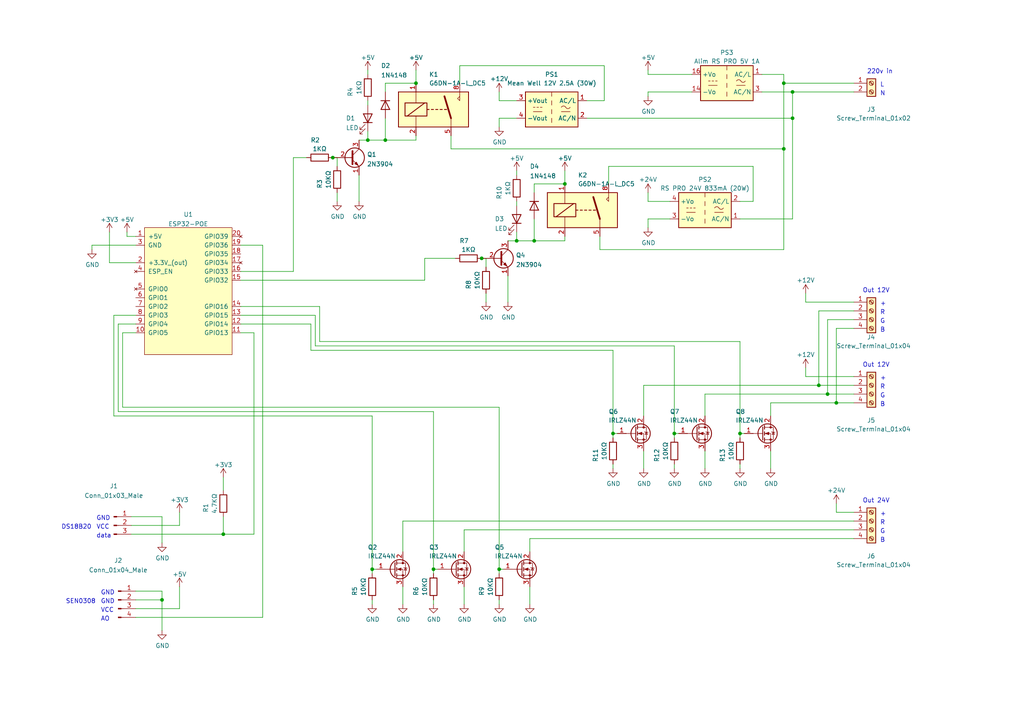
<source format=kicad_sch>
(kicad_sch (version 20230121) (generator eeschema)

  (uuid e63e39d7-6ac0-4ffd-8aa3-1841a4541b55)

  (paper "A4")

  (lib_symbols
    (symbol "Connector:Conn_01x03_Male" (pin_names (offset 1.016) hide) (in_bom yes) (on_board yes)
      (property "Reference" "J" (at 0 5.08 0)
        (effects (font (size 1.27 1.27)))
      )
      (property "Value" "Conn_01x03_Male" (at 0 -5.08 0)
        (effects (font (size 1.27 1.27)))
      )
      (property "Footprint" "" (at 0 0 0)
        (effects (font (size 1.27 1.27)) hide)
      )
      (property "Datasheet" "~" (at 0 0 0)
        (effects (font (size 1.27 1.27)) hide)
      )
      (property "ki_keywords" "connector" (at 0 0 0)
        (effects (font (size 1.27 1.27)) hide)
      )
      (property "ki_description" "Generic connector, single row, 01x03, script generated (kicad-library-utils/schlib/autogen/connector/)" (at 0 0 0)
        (effects (font (size 1.27 1.27)) hide)
      )
      (property "ki_fp_filters" "Connector*:*_1x??_*" (at 0 0 0)
        (effects (font (size 1.27 1.27)) hide)
      )
      (symbol "Conn_01x03_Male_1_1"
        (polyline
          (pts
            (xy 1.27 -2.54)
            (xy 0.8636 -2.54)
          )
          (stroke (width 0.1524) (type default))
          (fill (type none))
        )
        (polyline
          (pts
            (xy 1.27 0)
            (xy 0.8636 0)
          )
          (stroke (width 0.1524) (type default))
          (fill (type none))
        )
        (polyline
          (pts
            (xy 1.27 2.54)
            (xy 0.8636 2.54)
          )
          (stroke (width 0.1524) (type default))
          (fill (type none))
        )
        (rectangle (start 0.8636 -2.413) (end 0 -2.667)
          (stroke (width 0.1524) (type default))
          (fill (type outline))
        )
        (rectangle (start 0.8636 0.127) (end 0 -0.127)
          (stroke (width 0.1524) (type default))
          (fill (type outline))
        )
        (rectangle (start 0.8636 2.667) (end 0 2.413)
          (stroke (width 0.1524) (type default))
          (fill (type outline))
        )
        (pin passive line (at 5.08 2.54 180) (length 3.81)
          (name "Pin_1" (effects (font (size 1.27 1.27))))
          (number "1" (effects (font (size 1.27 1.27))))
        )
        (pin passive line (at 5.08 0 180) (length 3.81)
          (name "Pin_2" (effects (font (size 1.27 1.27))))
          (number "2" (effects (font (size 1.27 1.27))))
        )
        (pin passive line (at 5.08 -2.54 180) (length 3.81)
          (name "Pin_3" (effects (font (size 1.27 1.27))))
          (number "3" (effects (font (size 1.27 1.27))))
        )
      )
    )
    (symbol "Connector:Conn_01x04_Male" (pin_names (offset 1.016) hide) (in_bom yes) (on_board yes)
      (property "Reference" "J" (at 0 5.08 0)
        (effects (font (size 1.27 1.27)))
      )
      (property "Value" "Conn_01x04_Male" (at 0 -7.62 0)
        (effects (font (size 1.27 1.27)))
      )
      (property "Footprint" "" (at 0 0 0)
        (effects (font (size 1.27 1.27)) hide)
      )
      (property "Datasheet" "~" (at 0 0 0)
        (effects (font (size 1.27 1.27)) hide)
      )
      (property "ki_keywords" "connector" (at 0 0 0)
        (effects (font (size 1.27 1.27)) hide)
      )
      (property "ki_description" "Generic connector, single row, 01x04, script generated (kicad-library-utils/schlib/autogen/connector/)" (at 0 0 0)
        (effects (font (size 1.27 1.27)) hide)
      )
      (property "ki_fp_filters" "Connector*:*_1x??_*" (at 0 0 0)
        (effects (font (size 1.27 1.27)) hide)
      )
      (symbol "Conn_01x04_Male_1_1"
        (polyline
          (pts
            (xy 1.27 -5.08)
            (xy 0.8636 -5.08)
          )
          (stroke (width 0.1524) (type default))
          (fill (type none))
        )
        (polyline
          (pts
            (xy 1.27 -2.54)
            (xy 0.8636 -2.54)
          )
          (stroke (width 0.1524) (type default))
          (fill (type none))
        )
        (polyline
          (pts
            (xy 1.27 0)
            (xy 0.8636 0)
          )
          (stroke (width 0.1524) (type default))
          (fill (type none))
        )
        (polyline
          (pts
            (xy 1.27 2.54)
            (xy 0.8636 2.54)
          )
          (stroke (width 0.1524) (type default))
          (fill (type none))
        )
        (rectangle (start 0.8636 -4.953) (end 0 -5.207)
          (stroke (width 0.1524) (type default))
          (fill (type outline))
        )
        (rectangle (start 0.8636 -2.413) (end 0 -2.667)
          (stroke (width 0.1524) (type default))
          (fill (type outline))
        )
        (rectangle (start 0.8636 0.127) (end 0 -0.127)
          (stroke (width 0.1524) (type default))
          (fill (type outline))
        )
        (rectangle (start 0.8636 2.667) (end 0 2.413)
          (stroke (width 0.1524) (type default))
          (fill (type outline))
        )
        (pin passive line (at 5.08 2.54 180) (length 3.81)
          (name "Pin_1" (effects (font (size 1.27 1.27))))
          (number "1" (effects (font (size 1.27 1.27))))
        )
        (pin passive line (at 5.08 0 180) (length 3.81)
          (name "Pin_2" (effects (font (size 1.27 1.27))))
          (number "2" (effects (font (size 1.27 1.27))))
        )
        (pin passive line (at 5.08 -2.54 180) (length 3.81)
          (name "Pin_3" (effects (font (size 1.27 1.27))))
          (number "3" (effects (font (size 1.27 1.27))))
        )
        (pin passive line (at 5.08 -5.08 180) (length 3.81)
          (name "Pin_4" (effects (font (size 1.27 1.27))))
          (number "4" (effects (font (size 1.27 1.27))))
        )
      )
    )
    (symbol "Connector:Screw_Terminal_01x02" (pin_names (offset 1.016) hide) (in_bom yes) (on_board yes)
      (property "Reference" "J" (at 0 2.54 0)
        (effects (font (size 1.27 1.27)))
      )
      (property "Value" "Screw_Terminal_01x02" (at 0 -5.08 0)
        (effects (font (size 1.27 1.27)))
      )
      (property "Footprint" "" (at 0 0 0)
        (effects (font (size 1.27 1.27)) hide)
      )
      (property "Datasheet" "~" (at 0 0 0)
        (effects (font (size 1.27 1.27)) hide)
      )
      (property "ki_keywords" "screw terminal" (at 0 0 0)
        (effects (font (size 1.27 1.27)) hide)
      )
      (property "ki_description" "Generic screw terminal, single row, 01x02, script generated (kicad-library-utils/schlib/autogen/connector/)" (at 0 0 0)
        (effects (font (size 1.27 1.27)) hide)
      )
      (property "ki_fp_filters" "TerminalBlock*:*" (at 0 0 0)
        (effects (font (size 1.27 1.27)) hide)
      )
      (symbol "Screw_Terminal_01x02_1_1"
        (rectangle (start -1.27 1.27) (end 1.27 -3.81)
          (stroke (width 0.254) (type default))
          (fill (type background))
        )
        (circle (center 0 -2.54) (radius 0.635)
          (stroke (width 0.1524) (type default))
          (fill (type none))
        )
        (polyline
          (pts
            (xy -0.5334 -2.2098)
            (xy 0.3302 -3.048)
          )
          (stroke (width 0.1524) (type default))
          (fill (type none))
        )
        (polyline
          (pts
            (xy -0.5334 0.3302)
            (xy 0.3302 -0.508)
          )
          (stroke (width 0.1524) (type default))
          (fill (type none))
        )
        (polyline
          (pts
            (xy -0.3556 -2.032)
            (xy 0.508 -2.8702)
          )
          (stroke (width 0.1524) (type default))
          (fill (type none))
        )
        (polyline
          (pts
            (xy -0.3556 0.508)
            (xy 0.508 -0.3302)
          )
          (stroke (width 0.1524) (type default))
          (fill (type none))
        )
        (circle (center 0 0) (radius 0.635)
          (stroke (width 0.1524) (type default))
          (fill (type none))
        )
        (pin passive line (at -5.08 0 0) (length 3.81)
          (name "Pin_1" (effects (font (size 1.27 1.27))))
          (number "1" (effects (font (size 1.27 1.27))))
        )
        (pin passive line (at -5.08 -2.54 0) (length 3.81)
          (name "Pin_2" (effects (font (size 1.27 1.27))))
          (number "2" (effects (font (size 1.27 1.27))))
        )
      )
    )
    (symbol "Connector:Screw_Terminal_01x04" (pin_names (offset 1.016) hide) (in_bom yes) (on_board yes)
      (property "Reference" "J" (at 0 5.08 0)
        (effects (font (size 1.27 1.27)))
      )
      (property "Value" "Screw_Terminal_01x04" (at 0 -7.62 0)
        (effects (font (size 1.27 1.27)))
      )
      (property "Footprint" "" (at 0 0 0)
        (effects (font (size 1.27 1.27)) hide)
      )
      (property "Datasheet" "~" (at 0 0 0)
        (effects (font (size 1.27 1.27)) hide)
      )
      (property "ki_keywords" "screw terminal" (at 0 0 0)
        (effects (font (size 1.27 1.27)) hide)
      )
      (property "ki_description" "Generic screw terminal, single row, 01x04, script generated (kicad-library-utils/schlib/autogen/connector/)" (at 0 0 0)
        (effects (font (size 1.27 1.27)) hide)
      )
      (property "ki_fp_filters" "TerminalBlock*:*" (at 0 0 0)
        (effects (font (size 1.27 1.27)) hide)
      )
      (symbol "Screw_Terminal_01x04_1_1"
        (rectangle (start -1.27 3.81) (end 1.27 -6.35)
          (stroke (width 0.254) (type default))
          (fill (type background))
        )
        (circle (center 0 -5.08) (radius 0.635)
          (stroke (width 0.1524) (type default))
          (fill (type none))
        )
        (circle (center 0 -2.54) (radius 0.635)
          (stroke (width 0.1524) (type default))
          (fill (type none))
        )
        (polyline
          (pts
            (xy -0.5334 -4.7498)
            (xy 0.3302 -5.588)
          )
          (stroke (width 0.1524) (type default))
          (fill (type none))
        )
        (polyline
          (pts
            (xy -0.5334 -2.2098)
            (xy 0.3302 -3.048)
          )
          (stroke (width 0.1524) (type default))
          (fill (type none))
        )
        (polyline
          (pts
            (xy -0.5334 0.3302)
            (xy 0.3302 -0.508)
          )
          (stroke (width 0.1524) (type default))
          (fill (type none))
        )
        (polyline
          (pts
            (xy -0.5334 2.8702)
            (xy 0.3302 2.032)
          )
          (stroke (width 0.1524) (type default))
          (fill (type none))
        )
        (polyline
          (pts
            (xy -0.3556 -4.572)
            (xy 0.508 -5.4102)
          )
          (stroke (width 0.1524) (type default))
          (fill (type none))
        )
        (polyline
          (pts
            (xy -0.3556 -2.032)
            (xy 0.508 -2.8702)
          )
          (stroke (width 0.1524) (type default))
          (fill (type none))
        )
        (polyline
          (pts
            (xy -0.3556 0.508)
            (xy 0.508 -0.3302)
          )
          (stroke (width 0.1524) (type default))
          (fill (type none))
        )
        (polyline
          (pts
            (xy -0.3556 3.048)
            (xy 0.508 2.2098)
          )
          (stroke (width 0.1524) (type default))
          (fill (type none))
        )
        (circle (center 0 0) (radius 0.635)
          (stroke (width 0.1524) (type default))
          (fill (type none))
        )
        (circle (center 0 2.54) (radius 0.635)
          (stroke (width 0.1524) (type default))
          (fill (type none))
        )
        (pin passive line (at -5.08 2.54 0) (length 3.81)
          (name "Pin_1" (effects (font (size 1.27 1.27))))
          (number "1" (effects (font (size 1.27 1.27))))
        )
        (pin passive line (at -5.08 0 0) (length 3.81)
          (name "Pin_2" (effects (font (size 1.27 1.27))))
          (number "2" (effects (font (size 1.27 1.27))))
        )
        (pin passive line (at -5.08 -2.54 0) (length 3.81)
          (name "Pin_3" (effects (font (size 1.27 1.27))))
          (number "3" (effects (font (size 1.27 1.27))))
        )
        (pin passive line (at -5.08 -5.08 0) (length 3.81)
          (name "Pin_4" (effects (font (size 1.27 1.27))))
          (number "4" (effects (font (size 1.27 1.27))))
        )
      )
    )
    (symbol "Converter_ACDC:IRM-03-5" (in_bom yes) (on_board yes)
      (property "Reference" "PS" (at 0 6.35 0)
        (effects (font (size 1.27 1.27)))
      )
      (property "Value" "IRM-03-5" (at 0 -6.35 0)
        (effects (font (size 1.27 1.27)))
      )
      (property "Footprint" "Converter_ACDC:Converter_ACDC_MeanWell_IRM-03-xx_THT" (at 0 -8.89 0)
        (effects (font (size 1.27 1.27)) hide)
      )
      (property "Datasheet" "https://www.meanwell.com/Upload/PDF/IRM-03/IRM-03-SPEC.PDF" (at 0 -10.16 0)
        (effects (font (size 1.27 1.27)) hide)
      )
      (property "ki_keywords" "Miniature Module-type Power Supply MeanWell" (at 0 0 0)
        (effects (font (size 1.27 1.27)) hide)
      )
      (property "ki_description" "5V, 600mA, 3W, Isolated, AC-DC, IRM03" (at 0 0 0)
        (effects (font (size 1.27 1.27)) hide)
      )
      (property "ki_fp_filters" "Converter*ACDC*MeanWell*IRM*03*THT*" (at 0 0 0)
        (effects (font (size 1.27 1.27)) hide)
      )
      (symbol "IRM-03-5_0_1"
        (rectangle (start -7.62 5.08) (end 7.62 -5.08)
          (stroke (width 0.254) (type default))
          (fill (type background))
        )
        (arc (start -5.334 0.635) (mid -4.699 0.2495) (end -4.064 0.635)
          (stroke (width 0) (type default))
          (fill (type none))
        )
        (arc (start -2.794 0.635) (mid -3.429 1.0072) (end -4.064 0.635)
          (stroke (width 0) (type default))
          (fill (type none))
        )
        (polyline
          (pts
            (xy -5.334 -0.635)
            (xy -2.794 -0.635)
          )
          (stroke (width 0) (type default))
          (fill (type none))
        )
        (polyline
          (pts
            (xy 0 -2.54)
            (xy 0 -3.81)
          )
          (stroke (width 0) (type default))
          (fill (type none))
        )
        (polyline
          (pts
            (xy 0 0)
            (xy 0 -1.27)
          )
          (stroke (width 0) (type default))
          (fill (type none))
        )
        (polyline
          (pts
            (xy 0 2.54)
            (xy 0 1.27)
          )
          (stroke (width 0) (type default))
          (fill (type none))
        )
        (polyline
          (pts
            (xy 0 5.08)
            (xy 0 3.81)
          )
          (stroke (width 0) (type default))
          (fill (type none))
        )
        (polyline
          (pts
            (xy 2.794 -0.635)
            (xy 5.334 -0.635)
          )
          (stroke (width 0) (type default))
          (fill (type none))
        )
        (polyline
          (pts
            (xy 2.794 0.635)
            (xy 3.302 0.635)
          )
          (stroke (width 0) (type default))
          (fill (type none))
        )
        (polyline
          (pts
            (xy 3.81 0.635)
            (xy 4.318 0.635)
          )
          (stroke (width 0) (type default))
          (fill (type none))
        )
        (polyline
          (pts
            (xy 4.826 0.635)
            (xy 5.334 0.635)
          )
          (stroke (width 0) (type default))
          (fill (type none))
        )
      )
      (symbol "IRM-03-5_1_1"
        (pin power_in line (at -10.16 2.54 0) (length 2.54)
          (name "AC/L" (effects (font (size 1.27 1.27))))
          (number "1" (effects (font (size 1.27 1.27))))
        )
        (pin power_out line (at 10.16 -2.54 180) (length 2.54)
          (name "-Vo" (effects (font (size 1.27 1.27))))
          (number "14" (effects (font (size 1.27 1.27))))
        )
        (pin power_out line (at 10.16 2.54 180) (length 2.54)
          (name "+Vo" (effects (font (size 1.27 1.27))))
          (number "16" (effects (font (size 1.27 1.27))))
        )
        (pin power_in line (at -10.16 -2.54 0) (length 2.54)
          (name "AC/N" (effects (font (size 1.27 1.27))))
          (number "3" (effects (font (size 1.27 1.27))))
        )
        (pin no_connect line (at -7.62 0 0) (length 2.54) hide
          (name "NC" (effects (font (size 1.27 1.27))))
          (number "5" (effects (font (size 1.27 1.27))))
        )
      )
    )
    (symbol "Converter_ACDC:IRM-10-5" (in_bom yes) (on_board yes)
      (property "Reference" "PS" (at 0 6.35 0)
        (effects (font (size 1.27 1.27)))
      )
      (property "Value" "IRM-10-5" (at 0 -6.35 0)
        (effects (font (size 1.27 1.27)))
      )
      (property "Footprint" "Converter_ACDC:Converter_ACDC_MeanWell_IRM-10-xx_THT" (at 0 -8.89 0)
        (effects (font (size 1.27 1.27)) hide)
      )
      (property "Datasheet" "https://www.meanwell.com/Upload/PDF/IRM-10/IRM-10-SPEC.PDF" (at 0 -10.16 0)
        (effects (font (size 1.27 1.27)) hide)
      )
      (property "ki_keywords" "Miniature Module-type Power Supply MeanWell" (at 0 0 0)
        (effects (font (size 1.27 1.27)) hide)
      )
      (property "ki_description" "5V, 2A, 10W, Isolated, AC-DC, 222A(IRM10)" (at 0 0 0)
        (effects (font (size 1.27 1.27)) hide)
      )
      (property "ki_fp_filters" "Converter*ACDC*MeanWell*IRM*10*THT*" (at 0 0 0)
        (effects (font (size 1.27 1.27)) hide)
      )
      (symbol "IRM-10-5_0_1"
        (rectangle (start -7.62 5.08) (end 7.62 -5.08)
          (stroke (width 0.254) (type default))
          (fill (type background))
        )
        (arc (start -5.334 0.635) (mid -4.699 0.2495) (end -4.064 0.635)
          (stroke (width 0) (type default))
          (fill (type none))
        )
        (arc (start -2.794 0.635) (mid -3.429 1.0072) (end -4.064 0.635)
          (stroke (width 0) (type default))
          (fill (type none))
        )
        (polyline
          (pts
            (xy -5.334 -0.635)
            (xy -2.794 -0.635)
          )
          (stroke (width 0) (type default))
          (fill (type none))
        )
        (polyline
          (pts
            (xy 0 -2.54)
            (xy 0 -3.81)
          )
          (stroke (width 0) (type default))
          (fill (type none))
        )
        (polyline
          (pts
            (xy 0 0)
            (xy 0 -1.27)
          )
          (stroke (width 0) (type default))
          (fill (type none))
        )
        (polyline
          (pts
            (xy 0 2.54)
            (xy 0 1.27)
          )
          (stroke (width 0) (type default))
          (fill (type none))
        )
        (polyline
          (pts
            (xy 0 5.08)
            (xy 0 3.81)
          )
          (stroke (width 0) (type default))
          (fill (type none))
        )
        (polyline
          (pts
            (xy 2.794 -0.635)
            (xy 5.334 -0.635)
          )
          (stroke (width 0) (type default))
          (fill (type none))
        )
        (polyline
          (pts
            (xy 2.794 0.635)
            (xy 3.302 0.635)
          )
          (stroke (width 0) (type default))
          (fill (type none))
        )
        (polyline
          (pts
            (xy 3.81 0.635)
            (xy 4.318 0.635)
          )
          (stroke (width 0) (type default))
          (fill (type none))
        )
        (polyline
          (pts
            (xy 4.826 0.635)
            (xy 5.334 0.635)
          )
          (stroke (width 0) (type default))
          (fill (type none))
        )
      )
      (symbol "IRM-10-5_1_1"
        (pin power_in line (at -10.16 -2.54 0) (length 2.54)
          (name "AC/N" (effects (font (size 1.27 1.27))))
          (number "1" (effects (font (size 1.27 1.27))))
        )
        (pin power_in line (at -10.16 2.54 0) (length 2.54)
          (name "AC/L" (effects (font (size 1.27 1.27))))
          (number "2" (effects (font (size 1.27 1.27))))
        )
        (pin power_out line (at 10.16 -2.54 180) (length 2.54)
          (name "-Vo" (effects (font (size 1.27 1.27))))
          (number "3" (effects (font (size 1.27 1.27))))
        )
        (pin power_out line (at 10.16 2.54 180) (length 2.54)
          (name "+Vo" (effects (font (size 1.27 1.27))))
          (number "4" (effects (font (size 1.27 1.27))))
        )
      )
    )
    (symbol "Converter_ACDC:IRM-60-12" (in_bom yes) (on_board yes)
      (property "Reference" "PS" (at 0 7.62 0)
        (effects (font (size 1.27 1.27)))
      )
      (property "Value" "IRM-60-12" (at 0 -7.62 0)
        (effects (font (size 1.27 1.27)))
      )
      (property "Footprint" "Converter_ACDC:Converter_ACDC_MeanWell_IRM-60-xx_THT" (at 0 -10.16 0)
        (effects (font (size 1.27 1.27)) hide)
      )
      (property "Datasheet" "http://www.meanwellusa.com/productPdf.aspx?i=687" (at 0 0 0)
        (effects (font (size 1.27 1.27)) hide)
      )
      (property "ki_keywords" "Miniature Module-type Power Supply MeanWell" (at 0 0 0)
        (effects (font (size 1.27 1.27)) hide)
      )
      (property "ki_description" "12V, 5A, 60W, Isolated, AC-DC, IRM60" (at 0 0 0)
        (effects (font (size 1.27 1.27)) hide)
      )
      (property "ki_fp_filters" "Converter*ACDC*MeanWell*IRM*60*THT*" (at 0 0 0)
        (effects (font (size 1.27 1.27)) hide)
      )
      (symbol "IRM-60-12_1_1"
        (rectangle (start -7.62 5.08) (end 7.62 -5.08)
          (stroke (width 0.254) (type default))
          (fill (type background))
        )
        (arc (start -5.334 0.635) (mid -4.699 0.2495) (end -4.064 0.635)
          (stroke (width 0) (type default))
          (fill (type none))
        )
        (arc (start -2.794 0.635) (mid -3.429 1.0072) (end -4.064 0.635)
          (stroke (width 0) (type default))
          (fill (type none))
        )
        (polyline
          (pts
            (xy -5.334 -0.635)
            (xy -2.794 -0.635)
          )
          (stroke (width 0) (type default))
          (fill (type none))
        )
        (polyline
          (pts
            (xy 0 -2.54)
            (xy 0 -3.81)
          )
          (stroke (width 0) (type default))
          (fill (type none))
        )
        (polyline
          (pts
            (xy 0 0)
            (xy 0 -1.27)
          )
          (stroke (width 0) (type default))
          (fill (type none))
        )
        (polyline
          (pts
            (xy 0 2.54)
            (xy 0 1.27)
          )
          (stroke (width 0) (type default))
          (fill (type none))
        )
        (polyline
          (pts
            (xy 0 5.08)
            (xy 0 3.81)
          )
          (stroke (width 0) (type default))
          (fill (type none))
        )
        (polyline
          (pts
            (xy 2.794 -0.635)
            (xy 5.334 -0.635)
          )
          (stroke (width 0) (type default))
          (fill (type none))
        )
        (polyline
          (pts
            (xy 2.794 0.635)
            (xy 3.302 0.635)
          )
          (stroke (width 0) (type default))
          (fill (type none))
        )
        (polyline
          (pts
            (xy 3.81 0.635)
            (xy 4.318 0.635)
          )
          (stroke (width 0) (type default))
          (fill (type none))
        )
        (polyline
          (pts
            (xy 4.826 0.635)
            (xy 5.334 0.635)
          )
          (stroke (width 0) (type default))
          (fill (type none))
        )
        (pin power_in line (at -10.16 2.54 0) (length 2.54)
          (name "AC/L" (effects (font (size 1.27 1.27))))
          (number "1" (effects (font (size 1.27 1.27))))
        )
        (pin power_in line (at -10.16 -2.54 0) (length 2.54)
          (name "AC/N" (effects (font (size 1.27 1.27))))
          (number "2" (effects (font (size 1.27 1.27))))
        )
        (pin power_out line (at 10.16 2.54 180) (length 2.54)
          (name "+Vout" (effects (font (size 1.27 1.27))))
          (number "3" (effects (font (size 1.27 1.27))))
        )
        (pin power_out line (at 10.16 -2.54 180) (length 2.54)
          (name "-Vout" (effects (font (size 1.27 1.27))))
          (number "4" (effects (font (size 1.27 1.27))))
        )
      )
    )
    (symbol "Device:LED" (pin_numbers hide) (pin_names (offset 1.016) hide) (in_bom yes) (on_board yes)
      (property "Reference" "D" (at 0 2.54 0)
        (effects (font (size 1.27 1.27)))
      )
      (property "Value" "LED" (at 0 -2.54 0)
        (effects (font (size 1.27 1.27)))
      )
      (property "Footprint" "" (at 0 0 0)
        (effects (font (size 1.27 1.27)) hide)
      )
      (property "Datasheet" "~" (at 0 0 0)
        (effects (font (size 1.27 1.27)) hide)
      )
      (property "ki_keywords" "LED diode" (at 0 0 0)
        (effects (font (size 1.27 1.27)) hide)
      )
      (property "ki_description" "Light emitting diode" (at 0 0 0)
        (effects (font (size 1.27 1.27)) hide)
      )
      (property "ki_fp_filters" "LED* LED_SMD:* LED_THT:*" (at 0 0 0)
        (effects (font (size 1.27 1.27)) hide)
      )
      (symbol "LED_0_1"
        (polyline
          (pts
            (xy -1.27 -1.27)
            (xy -1.27 1.27)
          )
          (stroke (width 0.254) (type default))
          (fill (type none))
        )
        (polyline
          (pts
            (xy -1.27 0)
            (xy 1.27 0)
          )
          (stroke (width 0) (type default))
          (fill (type none))
        )
        (polyline
          (pts
            (xy 1.27 -1.27)
            (xy 1.27 1.27)
            (xy -1.27 0)
            (xy 1.27 -1.27)
          )
          (stroke (width 0.254) (type default))
          (fill (type none))
        )
        (polyline
          (pts
            (xy -3.048 -0.762)
            (xy -4.572 -2.286)
            (xy -3.81 -2.286)
            (xy -4.572 -2.286)
            (xy -4.572 -1.524)
          )
          (stroke (width 0) (type default))
          (fill (type none))
        )
        (polyline
          (pts
            (xy -1.778 -0.762)
            (xy -3.302 -2.286)
            (xy -2.54 -2.286)
            (xy -3.302 -2.286)
            (xy -3.302 -1.524)
          )
          (stroke (width 0) (type default))
          (fill (type none))
        )
      )
      (symbol "LED_1_1"
        (pin passive line (at -3.81 0 0) (length 2.54)
          (name "K" (effects (font (size 1.27 1.27))))
          (number "1" (effects (font (size 1.27 1.27))))
        )
        (pin passive line (at 3.81 0 180) (length 2.54)
          (name "A" (effects (font (size 1.27 1.27))))
          (number "2" (effects (font (size 1.27 1.27))))
        )
      )
    )
    (symbol "Device:R" (pin_numbers hide) (pin_names (offset 0)) (in_bom yes) (on_board yes)
      (property "Reference" "R" (at 2.032 0 90)
        (effects (font (size 1.27 1.27)))
      )
      (property "Value" "R" (at 0 0 90)
        (effects (font (size 1.27 1.27)))
      )
      (property "Footprint" "" (at -1.778 0 90)
        (effects (font (size 1.27 1.27)) hide)
      )
      (property "Datasheet" "~" (at 0 0 0)
        (effects (font (size 1.27 1.27)) hide)
      )
      (property "ki_keywords" "R res resistor" (at 0 0 0)
        (effects (font (size 1.27 1.27)) hide)
      )
      (property "ki_description" "Resistor" (at 0 0 0)
        (effects (font (size 1.27 1.27)) hide)
      )
      (property "ki_fp_filters" "R_*" (at 0 0 0)
        (effects (font (size 1.27 1.27)) hide)
      )
      (symbol "R_0_1"
        (rectangle (start -1.016 -2.54) (end 1.016 2.54)
          (stroke (width 0.254) (type default))
          (fill (type none))
        )
      )
      (symbol "R_1_1"
        (pin passive line (at 0 3.81 270) (length 1.27)
          (name "~" (effects (font (size 1.27 1.27))))
          (number "1" (effects (font (size 1.27 1.27))))
        )
        (pin passive line (at 0 -3.81 90) (length 1.27)
          (name "~" (effects (font (size 1.27 1.27))))
          (number "2" (effects (font (size 1.27 1.27))))
        )
      )
    )
    (symbol "Diode:1N4148" (pin_numbers hide) (pin_names (offset 1.016) hide) (in_bom yes) (on_board yes)
      (property "Reference" "D" (at 0 2.54 0)
        (effects (font (size 1.27 1.27)))
      )
      (property "Value" "1N4148" (at 0 -2.54 0)
        (effects (font (size 1.27 1.27)))
      )
      (property "Footprint" "Diode_THT:D_DO-35_SOD27_P7.62mm_Horizontal" (at 0 -4.445 0)
        (effects (font (size 1.27 1.27)) hide)
      )
      (property "Datasheet" "https://assets.nexperia.com/documents/data-sheet/1N4148_1N4448.pdf" (at 0 0 0)
        (effects (font (size 1.27 1.27)) hide)
      )
      (property "ki_keywords" "diode" (at 0 0 0)
        (effects (font (size 1.27 1.27)) hide)
      )
      (property "ki_description" "100V 0.15A standard switching diode, DO-35" (at 0 0 0)
        (effects (font (size 1.27 1.27)) hide)
      )
      (property "ki_fp_filters" "D*DO?35*" (at 0 0 0)
        (effects (font (size 1.27 1.27)) hide)
      )
      (symbol "1N4148_0_1"
        (polyline
          (pts
            (xy -1.27 1.27)
            (xy -1.27 -1.27)
          )
          (stroke (width 0.254) (type default))
          (fill (type none))
        )
        (polyline
          (pts
            (xy 1.27 0)
            (xy -1.27 0)
          )
          (stroke (width 0) (type default))
          (fill (type none))
        )
        (polyline
          (pts
            (xy 1.27 1.27)
            (xy 1.27 -1.27)
            (xy -1.27 0)
            (xy 1.27 1.27)
          )
          (stroke (width 0.254) (type default))
          (fill (type none))
        )
      )
      (symbol "1N4148_1_1"
        (pin passive line (at -3.81 0 0) (length 2.54)
          (name "K" (effects (font (size 1.27 1.27))))
          (number "1" (effects (font (size 1.27 1.27))))
        )
        (pin passive line (at 3.81 0 180) (length 2.54)
          (name "A" (effects (font (size 1.27 1.27))))
          (number "2" (effects (font (size 1.27 1.27))))
        )
      )
    )
    (symbol "Transistor_BJT:2N3904" (pin_names (offset 0) hide) (in_bom yes) (on_board yes)
      (property "Reference" "Q" (at 5.08 1.905 0)
        (effects (font (size 1.27 1.27)) (justify left))
      )
      (property "Value" "2N3904" (at 5.08 0 0)
        (effects (font (size 1.27 1.27)) (justify left))
      )
      (property "Footprint" "Package_TO_SOT_THT:TO-92_Inline" (at 5.08 -1.905 0)
        (effects (font (size 1.27 1.27) italic) (justify left) hide)
      )
      (property "Datasheet" "https://www.onsemi.com/pub/Collateral/2N3903-D.PDF" (at 0 0 0)
        (effects (font (size 1.27 1.27)) (justify left) hide)
      )
      (property "ki_keywords" "NPN Transistor" (at 0 0 0)
        (effects (font (size 1.27 1.27)) hide)
      )
      (property "ki_description" "0.2A Ic, 40V Vce, Small Signal NPN Transistor, TO-92" (at 0 0 0)
        (effects (font (size 1.27 1.27)) hide)
      )
      (property "ki_fp_filters" "TO?92*" (at 0 0 0)
        (effects (font (size 1.27 1.27)) hide)
      )
      (symbol "2N3904_0_1"
        (polyline
          (pts
            (xy 0.635 0.635)
            (xy 2.54 2.54)
          )
          (stroke (width 0) (type default))
          (fill (type none))
        )
        (polyline
          (pts
            (xy 0.635 -0.635)
            (xy 2.54 -2.54)
            (xy 2.54 -2.54)
          )
          (stroke (width 0) (type default))
          (fill (type none))
        )
        (polyline
          (pts
            (xy 0.635 1.905)
            (xy 0.635 -1.905)
            (xy 0.635 -1.905)
          )
          (stroke (width 0.508) (type default))
          (fill (type none))
        )
        (polyline
          (pts
            (xy 1.27 -1.778)
            (xy 1.778 -1.27)
            (xy 2.286 -2.286)
            (xy 1.27 -1.778)
            (xy 1.27 -1.778)
          )
          (stroke (width 0) (type default))
          (fill (type outline))
        )
        (circle (center 1.27 0) (radius 2.8194)
          (stroke (width 0.254) (type default))
          (fill (type none))
        )
      )
      (symbol "2N3904_1_1"
        (pin passive line (at 2.54 -5.08 90) (length 2.54)
          (name "E" (effects (font (size 1.27 1.27))))
          (number "1" (effects (font (size 1.27 1.27))))
        )
        (pin passive line (at -5.08 0 0) (length 5.715)
          (name "B" (effects (font (size 1.27 1.27))))
          (number "2" (effects (font (size 1.27 1.27))))
        )
        (pin passive line (at 2.54 5.08 270) (length 2.54)
          (name "C" (effects (font (size 1.27 1.27))))
          (number "3" (effects (font (size 1.27 1.27))))
        )
      )
    )
    (symbol "Transistor_FET:IRLZ44N" (pin_names hide) (in_bom yes) (on_board yes)
      (property "Reference" "Q" (at 6.35 1.905 0)
        (effects (font (size 1.27 1.27)) (justify left))
      )
      (property "Value" "IRLZ44N" (at 6.35 0 0)
        (effects (font (size 1.27 1.27)) (justify left))
      )
      (property "Footprint" "Package_TO_SOT_THT:TO-220-3_Vertical" (at 6.35 -1.905 0)
        (effects (font (size 1.27 1.27) italic) (justify left) hide)
      )
      (property "Datasheet" "http://www.irf.com/product-info/datasheets/data/irlz44n.pdf" (at 0 0 0)
        (effects (font (size 1.27 1.27)) (justify left) hide)
      )
      (property "ki_keywords" "N-Channel HEXFET MOSFET Logic-Level" (at 0 0 0)
        (effects (font (size 1.27 1.27)) hide)
      )
      (property "ki_description" "47A Id, 55V Vds, 22mOhm Rds Single N-Channel HEXFET Power MOSFET, TO-220AB" (at 0 0 0)
        (effects (font (size 1.27 1.27)) hide)
      )
      (property "ki_fp_filters" "TO?220*" (at 0 0 0)
        (effects (font (size 1.27 1.27)) hide)
      )
      (symbol "IRLZ44N_0_1"
        (polyline
          (pts
            (xy 0.254 0)
            (xy -2.54 0)
          )
          (stroke (width 0) (type default))
          (fill (type none))
        )
        (polyline
          (pts
            (xy 0.254 1.905)
            (xy 0.254 -1.905)
          )
          (stroke (width 0.254) (type default))
          (fill (type none))
        )
        (polyline
          (pts
            (xy 0.762 -1.27)
            (xy 0.762 -2.286)
          )
          (stroke (width 0.254) (type default))
          (fill (type none))
        )
        (polyline
          (pts
            (xy 0.762 0.508)
            (xy 0.762 -0.508)
          )
          (stroke (width 0.254) (type default))
          (fill (type none))
        )
        (polyline
          (pts
            (xy 0.762 2.286)
            (xy 0.762 1.27)
          )
          (stroke (width 0.254) (type default))
          (fill (type none))
        )
        (polyline
          (pts
            (xy 2.54 2.54)
            (xy 2.54 1.778)
          )
          (stroke (width 0) (type default))
          (fill (type none))
        )
        (polyline
          (pts
            (xy 2.54 -2.54)
            (xy 2.54 0)
            (xy 0.762 0)
          )
          (stroke (width 0) (type default))
          (fill (type none))
        )
        (polyline
          (pts
            (xy 0.762 -1.778)
            (xy 3.302 -1.778)
            (xy 3.302 1.778)
            (xy 0.762 1.778)
          )
          (stroke (width 0) (type default))
          (fill (type none))
        )
        (polyline
          (pts
            (xy 1.016 0)
            (xy 2.032 0.381)
            (xy 2.032 -0.381)
            (xy 1.016 0)
          )
          (stroke (width 0) (type default))
          (fill (type outline))
        )
        (polyline
          (pts
            (xy 2.794 0.508)
            (xy 2.921 0.381)
            (xy 3.683 0.381)
            (xy 3.81 0.254)
          )
          (stroke (width 0) (type default))
          (fill (type none))
        )
        (polyline
          (pts
            (xy 3.302 0.381)
            (xy 2.921 -0.254)
            (xy 3.683 -0.254)
            (xy 3.302 0.381)
          )
          (stroke (width 0) (type default))
          (fill (type none))
        )
        (circle (center 1.651 0) (radius 2.794)
          (stroke (width 0.254) (type default))
          (fill (type none))
        )
        (circle (center 2.54 -1.778) (radius 0.254)
          (stroke (width 0) (type default))
          (fill (type outline))
        )
        (circle (center 2.54 1.778) (radius 0.254)
          (stroke (width 0) (type default))
          (fill (type outline))
        )
      )
      (symbol "IRLZ44N_1_1"
        (pin input line (at -5.08 0 0) (length 2.54)
          (name "G" (effects (font (size 1.27 1.27))))
          (number "1" (effects (font (size 1.27 1.27))))
        )
        (pin passive line (at 2.54 5.08 270) (length 2.54)
          (name "D" (effects (font (size 1.27 1.27))))
          (number "2" (effects (font (size 1.27 1.27))))
        )
        (pin passive line (at 2.54 -5.08 90) (length 2.54)
          (name "S" (effects (font (size 1.27 1.27))))
          (number "3" (effects (font (size 1.27 1.27))))
        )
      )
    )
    (symbol "mylife-symbols:ESP32-POE-ISO" (pin_names (offset 1.016)) (in_bom yes) (on_board yes)
      (property "Reference" "U" (at 0 21.59 0)
        (effects (font (size 1.27 1.27)))
      )
      (property "Value" "ESP32-POE-ISO" (at 0 19.05 0)
        (effects (font (size 1.27 1.27)))
      )
      (property "Footprint" "" (at 0 21.59 0)
        (effects (font (size 1.27 1.27)) hide)
      )
      (property "Datasheet" "https://www.olimex.com/Products/IoT/ESP32/ESP32-POE-ISO/open-source-hardware" (at 0 21.59 0)
        (effects (font (size 1.27 1.27)) hide)
      )
      (symbol "ESP32-POE-ISO_0_1"
        (rectangle (start -12.7 17.78) (end 12.7 -19.05)
          (stroke (width 0) (type default))
          (fill (type background))
        )
      )
      (symbol "ESP32-POE-ISO_1_1"
        (pin power_in line (at -15.24 15.24 0) (length 2.54)
          (name "+5V" (effects (font (size 1.27 1.27))))
          (number "1" (effects (font (size 1.27 1.27))))
        )
        (pin bidirectional line (at -15.24 -12.7 0) (length 2.54)
          (name "GPIO5" (effects (font (size 1.27 1.27))))
          (number "10" (effects (font (size 1.27 1.27))))
        )
        (pin bidirectional line (at 15.24 -12.7 180) (length 2.54)
          (name "GPIO13" (effects (font (size 1.27 1.27))))
          (number "11" (effects (font (size 1.27 1.27))))
        )
        (pin bidirectional line (at 15.24 -10.16 180) (length 2.54)
          (name "GPIO14" (effects (font (size 1.27 1.27))))
          (number "12" (effects (font (size 1.27 1.27))))
        )
        (pin bidirectional line (at 15.24 -7.62 180) (length 2.54)
          (name "GPIO15" (effects (font (size 1.27 1.27))))
          (number "13" (effects (font (size 1.27 1.27))))
        )
        (pin bidirectional line (at 15.24 -5.08 180) (length 2.54)
          (name "GPIO16" (effects (font (size 1.27 1.27))))
          (number "14" (effects (font (size 1.27 1.27))))
        )
        (pin bidirectional line (at 15.24 2.54 180) (length 2.54)
          (name "GPIO32" (effects (font (size 1.27 1.27))))
          (number "15" (effects (font (size 1.27 1.27))))
        )
        (pin bidirectional line (at 15.24 5.08 180) (length 2.54)
          (name "GPIO33" (effects (font (size 1.27 1.27))))
          (number "16" (effects (font (size 1.27 1.27))))
        )
        (pin no_connect line (at 15.24 7.62 180) (length 2.54)
          (name "GPIO34" (effects (font (size 1.27 1.27))))
          (number "17" (effects (font (size 1.27 1.27))))
        )
        (pin bidirectional line (at 15.24 10.16 180) (length 2.54)
          (name "GPIO35" (effects (font (size 1.27 1.27))))
          (number "18" (effects (font (size 1.27 1.27))))
        )
        (pin bidirectional line (at 15.24 12.7 180) (length 2.54)
          (name "GPIO36" (effects (font (size 1.27 1.27))))
          (number "19" (effects (font (size 1.27 1.27))))
        )
        (pin power_out line (at -15.24 7.62 0) (length 2.54)
          (name "+3.3V_(out)" (effects (font (size 1.27 1.27))))
          (number "2" (effects (font (size 1.27 1.27))))
        )
        (pin no_connect line (at 15.24 15.24 180) (length 2.54)
          (name "GPIO39" (effects (font (size 1.27 1.27))))
          (number "20" (effects (font (size 1.27 1.27))))
        )
        (pin power_in line (at -15.24 12.7 0) (length 2.54)
          (name "GND" (effects (font (size 1.27 1.27))))
          (number "3" (effects (font (size 1.27 1.27))))
        )
        (pin no_connect line (at -15.24 5.08 0) (length 2.54)
          (name "ESP_EN" (effects (font (size 1.27 1.27))))
          (number "4" (effects (font (size 1.27 1.27))))
        )
        (pin no_connect line (at -15.24 0 0) (length 2.54)
          (name "GPIO0" (effects (font (size 1.27 1.27))))
          (number "5" (effects (font (size 1.27 1.27))))
        )
        (pin bidirectional line (at -15.24 -2.54 0) (length 2.54)
          (name "GPIO1" (effects (font (size 1.27 1.27))))
          (number "6" (effects (font (size 1.27 1.27))))
        )
        (pin bidirectional line (at -15.24 -5.08 0) (length 2.54)
          (name "GPIO2" (effects (font (size 1.27 1.27))))
          (number "7" (effects (font (size 1.27 1.27))))
        )
        (pin bidirectional line (at -15.24 -7.62 0) (length 2.54)
          (name "GPIO3" (effects (font (size 1.27 1.27))))
          (number "8" (effects (font (size 1.27 1.27))))
        )
        (pin bidirectional line (at -15.24 -10.16 0) (length 2.54)
          (name "GPIO4" (effects (font (size 1.27 1.27))))
          (number "9" (effects (font (size 1.27 1.27))))
        )
      )
    )
    (symbol "mylife-symbols:G6DN-1A-L_DC5" (in_bom yes) (on_board yes)
      (property "Reference" "K" (at 11.43 3.81 0)
        (effects (font (size 1.27 1.27)) (justify left))
      )
      (property "Value" "G6DN-1A-L_DC5" (at 11.43 1.27 0)
        (effects (font (size 1.27 1.27)) (justify left))
      )
      (property "Footprint" "Relay_THT:Relay_SPDT_Omron_G6E" (at 28.702 -0.762 0)
        (effects (font (size 1.27 1.27)) hide)
      )
      (property "Datasheet" "https://www.omron.com/ecb/products/pdf/en-g6e.pdf" (at 0 0 0)
        (effects (font (size 1.27 1.27)) hide)
      )
      (property "ki_keywords" "Single Pole Relay SPDT" (at 0 0 0)
        (effects (font (size 1.27 1.27)) hide)
      )
      (property "ki_description" "Omron Subminiature Sensitive SPDT Signal Switching Relay, Single-Side Stable" (at 0 0 0)
        (effects (font (size 1.27 1.27)) hide)
      )
      (property "ki_fp_filters" "Relay*SPDT*Omron*G6E*" (at 0 0 0)
        (effects (font (size 1.27 1.27)) hide)
      )
      (symbol "G6DN-1A-L_DC5_0_0"
        (polyline
          (pts
            (xy 7.62 5.08)
            (xy 7.62 2.54)
            (xy 6.985 3.175)
            (xy 7.62 3.81)
          )
          (stroke (width 0) (type default))
          (fill (type none))
        )
      )
      (symbol "G6DN-1A-L_DC5_0_1"
        (rectangle (start -10.16 5.08) (end 10.16 -5.08)
          (stroke (width 0.254) (type default))
          (fill (type background))
        )
        (rectangle (start -8.255 1.905) (end -1.905 -1.905)
          (stroke (width 0.254) (type default))
          (fill (type none))
        )
        (polyline
          (pts
            (xy -7.62 -1.905)
            (xy -2.54 1.905)
          )
          (stroke (width 0.254) (type default))
          (fill (type none))
        )
        (polyline
          (pts
            (xy -5.08 -5.08)
            (xy -5.08 -1.905)
          )
          (stroke (width 0) (type default))
          (fill (type none))
        )
        (polyline
          (pts
            (xy -5.08 5.08)
            (xy -5.08 1.905)
          )
          (stroke (width 0) (type default))
          (fill (type none))
        )
        (polyline
          (pts
            (xy -1.905 0)
            (xy -1.27 0)
          )
          (stroke (width 0.254) (type default))
          (fill (type none))
        )
        (polyline
          (pts
            (xy -0.635 0)
            (xy 0 0)
          )
          (stroke (width 0.254) (type default))
          (fill (type none))
        )
        (polyline
          (pts
            (xy 0.635 0)
            (xy 1.27 0)
          )
          (stroke (width 0.254) (type default))
          (fill (type none))
        )
        (polyline
          (pts
            (xy 1.905 0)
            (xy 2.54 0)
          )
          (stroke (width 0.254) (type default))
          (fill (type none))
        )
        (polyline
          (pts
            (xy 3.175 0)
            (xy 3.81 0)
          )
          (stroke (width 0.254) (type default))
          (fill (type none))
        )
        (polyline
          (pts
            (xy 5.08 -2.54)
            (xy 3.175 3.81)
          )
          (stroke (width 0.508) (type default))
          (fill (type none))
        )
        (polyline
          (pts
            (xy 5.08 -2.54)
            (xy 5.08 -5.08)
          )
          (stroke (width 0) (type default))
          (fill (type none))
        )
      )
      (symbol "G6DN-1A-L_DC5_1_1"
        (pin passive line (at -5.08 7.62 270) (length 2.54)
          (name "~" (effects (font (size 1.27 1.27))))
          (number "1" (effects (font (size 1.27 1.27))))
        )
        (pin passive line (at -5.08 -7.62 90) (length 2.54)
          (name "~" (effects (font (size 1.27 1.27))))
          (number "2" (effects (font (size 1.27 1.27))))
        )
        (pin passive line (at 5.08 -7.62 90) (length 2.54)
          (name "~" (effects (font (size 1.27 1.27))))
          (number "5" (effects (font (size 1.27 1.27))))
        )
        (pin passive line (at 7.62 7.62 270) (length 2.54)
          (name "~" (effects (font (size 1.27 1.27))))
          (number "8" (effects (font (size 1.27 1.27))))
        )
      )
    )
    (symbol "power:+12V" (power) (pin_names (offset 0)) (in_bom yes) (on_board yes)
      (property "Reference" "#PWR" (at 0 -3.81 0)
        (effects (font (size 1.27 1.27)) hide)
      )
      (property "Value" "+12V" (at 0 3.556 0)
        (effects (font (size 1.27 1.27)))
      )
      (property "Footprint" "" (at 0 0 0)
        (effects (font (size 1.27 1.27)) hide)
      )
      (property "Datasheet" "" (at 0 0 0)
        (effects (font (size 1.27 1.27)) hide)
      )
      (property "ki_keywords" "global power" (at 0 0 0)
        (effects (font (size 1.27 1.27)) hide)
      )
      (property "ki_description" "Power symbol creates a global label with name \"+12V\"" (at 0 0 0)
        (effects (font (size 1.27 1.27)) hide)
      )
      (symbol "+12V_0_1"
        (polyline
          (pts
            (xy -0.762 1.27)
            (xy 0 2.54)
          )
          (stroke (width 0) (type default))
          (fill (type none))
        )
        (polyline
          (pts
            (xy 0 0)
            (xy 0 2.54)
          )
          (stroke (width 0) (type default))
          (fill (type none))
        )
        (polyline
          (pts
            (xy 0 2.54)
            (xy 0.762 1.27)
          )
          (stroke (width 0) (type default))
          (fill (type none))
        )
      )
      (symbol "+12V_1_1"
        (pin power_in line (at 0 0 90) (length 0) hide
          (name "+12V" (effects (font (size 1.27 1.27))))
          (number "1" (effects (font (size 1.27 1.27))))
        )
      )
    )
    (symbol "power:+24V" (power) (pin_names (offset 0)) (in_bom yes) (on_board yes)
      (property "Reference" "#PWR" (at 0 -3.81 0)
        (effects (font (size 1.27 1.27)) hide)
      )
      (property "Value" "+24V" (at 0 3.556 0)
        (effects (font (size 1.27 1.27)))
      )
      (property "Footprint" "" (at 0 0 0)
        (effects (font (size 1.27 1.27)) hide)
      )
      (property "Datasheet" "" (at 0 0 0)
        (effects (font (size 1.27 1.27)) hide)
      )
      (property "ki_keywords" "global power" (at 0 0 0)
        (effects (font (size 1.27 1.27)) hide)
      )
      (property "ki_description" "Power symbol creates a global label with name \"+24V\"" (at 0 0 0)
        (effects (font (size 1.27 1.27)) hide)
      )
      (symbol "+24V_0_1"
        (polyline
          (pts
            (xy -0.762 1.27)
            (xy 0 2.54)
          )
          (stroke (width 0) (type default))
          (fill (type none))
        )
        (polyline
          (pts
            (xy 0 0)
            (xy 0 2.54)
          )
          (stroke (width 0) (type default))
          (fill (type none))
        )
        (polyline
          (pts
            (xy 0 2.54)
            (xy 0.762 1.27)
          )
          (stroke (width 0) (type default))
          (fill (type none))
        )
      )
      (symbol "+24V_1_1"
        (pin power_in line (at 0 0 90) (length 0) hide
          (name "+24V" (effects (font (size 1.27 1.27))))
          (number "1" (effects (font (size 1.27 1.27))))
        )
      )
    )
    (symbol "power:+3.3V" (power) (pin_names (offset 0)) (in_bom yes) (on_board yes)
      (property "Reference" "#PWR" (at 0 -3.81 0)
        (effects (font (size 1.27 1.27)) hide)
      )
      (property "Value" "+3.3V" (at 0 3.556 0)
        (effects (font (size 1.27 1.27)))
      )
      (property "Footprint" "" (at 0 0 0)
        (effects (font (size 1.27 1.27)) hide)
      )
      (property "Datasheet" "" (at 0 0 0)
        (effects (font (size 1.27 1.27)) hide)
      )
      (property "ki_keywords" "power-flag" (at 0 0 0)
        (effects (font (size 1.27 1.27)) hide)
      )
      (property "ki_description" "Power symbol creates a global label with name \"+3.3V\"" (at 0 0 0)
        (effects (font (size 1.27 1.27)) hide)
      )
      (symbol "+3.3V_0_1"
        (polyline
          (pts
            (xy -0.762 1.27)
            (xy 0 2.54)
          )
          (stroke (width 0) (type default))
          (fill (type none))
        )
        (polyline
          (pts
            (xy 0 0)
            (xy 0 2.54)
          )
          (stroke (width 0) (type default))
          (fill (type none))
        )
        (polyline
          (pts
            (xy 0 2.54)
            (xy 0.762 1.27)
          )
          (stroke (width 0) (type default))
          (fill (type none))
        )
      )
      (symbol "+3.3V_1_1"
        (pin power_in line (at 0 0 90) (length 0) hide
          (name "+3V3" (effects (font (size 1.27 1.27))))
          (number "1" (effects (font (size 1.27 1.27))))
        )
      )
    )
    (symbol "power:+5V" (power) (pin_names (offset 0)) (in_bom yes) (on_board yes)
      (property "Reference" "#PWR" (at 0 -3.81 0)
        (effects (font (size 1.27 1.27)) hide)
      )
      (property "Value" "+5V" (at 0 3.556 0)
        (effects (font (size 1.27 1.27)))
      )
      (property "Footprint" "" (at 0 0 0)
        (effects (font (size 1.27 1.27)) hide)
      )
      (property "Datasheet" "" (at 0 0 0)
        (effects (font (size 1.27 1.27)) hide)
      )
      (property "ki_keywords" "power-flag" (at 0 0 0)
        (effects (font (size 1.27 1.27)) hide)
      )
      (property "ki_description" "Power symbol creates a global label with name \"+5V\"" (at 0 0 0)
        (effects (font (size 1.27 1.27)) hide)
      )
      (symbol "+5V_0_1"
        (polyline
          (pts
            (xy -0.762 1.27)
            (xy 0 2.54)
          )
          (stroke (width 0) (type default))
          (fill (type none))
        )
        (polyline
          (pts
            (xy 0 0)
            (xy 0 2.54)
          )
          (stroke (width 0) (type default))
          (fill (type none))
        )
        (polyline
          (pts
            (xy 0 2.54)
            (xy 0.762 1.27)
          )
          (stroke (width 0) (type default))
          (fill (type none))
        )
      )
      (symbol "+5V_1_1"
        (pin power_in line (at 0 0 90) (length 0) hide
          (name "+5V" (effects (font (size 1.27 1.27))))
          (number "1" (effects (font (size 1.27 1.27))))
        )
      )
    )
    (symbol "power:GND" (power) (pin_names (offset 0)) (in_bom yes) (on_board yes)
      (property "Reference" "#PWR" (at 0 -6.35 0)
        (effects (font (size 1.27 1.27)) hide)
      )
      (property "Value" "GND" (at 0 -3.81 0)
        (effects (font (size 1.27 1.27)))
      )
      (property "Footprint" "" (at 0 0 0)
        (effects (font (size 1.27 1.27)) hide)
      )
      (property "Datasheet" "" (at 0 0 0)
        (effects (font (size 1.27 1.27)) hide)
      )
      (property "ki_keywords" "power-flag" (at 0 0 0)
        (effects (font (size 1.27 1.27)) hide)
      )
      (property "ki_description" "Power symbol creates a global label with name \"GND\" , ground" (at 0 0 0)
        (effects (font (size 1.27 1.27)) hide)
      )
      (symbol "GND_0_1"
        (polyline
          (pts
            (xy 0 0)
            (xy 0 -1.27)
            (xy 1.27 -1.27)
            (xy 0 -2.54)
            (xy -1.27 -1.27)
            (xy 0 -1.27)
          )
          (stroke (width 0) (type default))
          (fill (type none))
        )
      )
      (symbol "GND_1_1"
        (pin power_in line (at 0 0 270) (length 0) hide
          (name "GND" (effects (font (size 1.27 1.27))))
          (number "1" (effects (font (size 1.27 1.27))))
        )
      )
    )
  )

  (junction (at 64.77 154.94) (diameter 0) (color 0 0 0 0)
    (uuid 17dfe0dc-d4a8-460d-a95d-97633485cd55)
  )
  (junction (at 144.78 165.1) (diameter 0) (color 0 0 0 0)
    (uuid 1e901227-c00a-4381-b3c8-7eb543358191)
  )
  (junction (at 46.99 173.99) (diameter 0) (color 0 0 0 0)
    (uuid 1fa55ac0-fd30-4a39-99b2-2303d9b92e3d)
  )
  (junction (at 227.33 43.18) (diameter 0) (color 0 0 0 0)
    (uuid 2142680a-16a3-44e6-a25f-d3a6e3968de4)
  )
  (junction (at 195.58 125.73) (diameter 0) (color 0 0 0 0)
    (uuid 2826e21a-fee5-424c-b577-30f1c6a8f70c)
  )
  (junction (at 139.7 74.93) (diameter 0) (color 0 0 0 0)
    (uuid 2c8280e2-792a-4021-8da1-55d54c2dbc16)
  )
  (junction (at 111.76 40.64) (diameter 0) (color 0 0 0 0)
    (uuid 396f7dc9-d1f4-4250-b9ec-139ca61d364b)
  )
  (junction (at 229.87 26.67) (diameter 0) (color 0 0 0 0)
    (uuid 3ec08e42-9a37-413c-bc94-6e5624af0ba0)
  )
  (junction (at 242.57 116.84) (diameter 0) (color 0 0 0 0)
    (uuid 4cb2c516-85a2-4c88-9c2b-f8213a85ad21)
  )
  (junction (at 237.49 111.76) (diameter 0) (color 0 0 0 0)
    (uuid 5143e8b5-aeb7-46f6-9628-ca393cb3a151)
  )
  (junction (at 163.83 53.34) (diameter 0) (color 0 0 0 0)
    (uuid 6ecc8db0-98c2-429f-b385-32a48a3b6965)
  )
  (junction (at 125.73 165.1) (diameter 0) (color 0 0 0 0)
    (uuid 9737fbcf-4a93-4b6f-9406-2236e873053f)
  )
  (junction (at 214.63 125.73) (diameter 0) (color 0 0 0 0)
    (uuid 9acfe94e-9c2e-4ab5-ade6-dcda648e8aa3)
  )
  (junction (at 106.68 40.64) (diameter 0) (color 0 0 0 0)
    (uuid a4325bd6-6723-4b48-8f09-ee96eb316c50)
  )
  (junction (at 240.03 114.3) (diameter 0) (color 0 0 0 0)
    (uuid a7987a8f-0796-4c52-9e7e-07dba653819f)
  )
  (junction (at 96.52 45.72) (diameter 0) (color 0 0 0 0)
    (uuid a97298ef-d69f-4c0b-b9f2-5dbf7414990c)
  )
  (junction (at 149.86 69.85) (diameter 0) (color 0 0 0 0)
    (uuid aead83cf-49fc-4299-b499-a551ff864851)
  )
  (junction (at 107.95 165.1) (diameter 0) (color 0 0 0 0)
    (uuid aed19aa3-a360-4ee7-93d1-ca52758410cb)
  )
  (junction (at 120.65 24.13) (diameter 0) (color 0 0 0 0)
    (uuid b0354109-34d2-43cd-9857-ef23f84a20e8)
  )
  (junction (at 227.33 24.13) (diameter 0) (color 0 0 0 0)
    (uuid b8e0eb0f-8335-4ed8-97fd-5006a103b596)
  )
  (junction (at 229.87 34.29) (diameter 0) (color 0 0 0 0)
    (uuid e7611c43-a8a4-455a-bd4b-8b6a9caab53c)
  )
  (junction (at 177.8 125.73) (diameter 0) (color 0 0 0 0)
    (uuid ed133339-6852-4cf3-a94a-75b6cb33b568)
  )
  (junction (at 154.94 69.85) (diameter 0) (color 0 0 0 0)
    (uuid f6217303-830c-43b7-a1c1-c734d9b31691)
  )

  (wire (pts (xy 149.86 49.53) (xy 149.86 50.8))
    (stroke (width 0) (type default))
    (uuid 00d4cd51-3243-472e-9b2d-9dc4208e3c92)
  )
  (wire (pts (xy 116.84 170.18) (xy 116.84 175.26))
    (stroke (width 0) (type default))
    (uuid 00e077cc-3c92-443f-96d0-a790561465e7)
  )
  (wire (pts (xy 104.14 50.8) (xy 104.14 58.42))
    (stroke (width 0) (type default))
    (uuid 0156c0cb-5310-41d8-ac79-f4c8315b846e)
  )
  (wire (pts (xy 64.77 149.86) (xy 64.77 154.94))
    (stroke (width 0) (type default))
    (uuid 04ab7f81-200e-48ab-92c7-a0aa58cbc91c)
  )
  (wire (pts (xy 38.1 152.4) (xy 52.07 152.4))
    (stroke (width 0) (type default))
    (uuid 05206792-7551-42bd-b9c1-7c36a0ad1deb)
  )
  (wire (pts (xy 176.53 48.26) (xy 218.44 48.26))
    (stroke (width 0) (type default))
    (uuid 053567f7-ad9b-4833-9f93-b6144c0d9a08)
  )
  (wire (pts (xy 73.66 154.94) (xy 64.77 154.94))
    (stroke (width 0) (type default))
    (uuid 0bce0f6e-23c0-4cd8-941b-4d7d3cebcedf)
  )
  (wire (pts (xy 107.95 120.65) (xy 107.95 165.1))
    (stroke (width 0) (type default))
    (uuid 0d3bd1e0-3158-49a3-affa-2a2d9a5c13dc)
  )
  (wire (pts (xy 247.65 109.22) (xy 233.68 109.22))
    (stroke (width 0) (type default))
    (uuid 0f13cff1-549d-4a7f-8062-029e4aa8c238)
  )
  (wire (pts (xy 39.37 176.53) (xy 52.07 176.53))
    (stroke (width 0) (type default))
    (uuid 10e764e2-a17a-4887-8dd5-542e3c9ab6db)
  )
  (wire (pts (xy 187.96 63.5) (xy 187.96 66.04))
    (stroke (width 0) (type default))
    (uuid 13ff9c20-604a-4bb0-a694-b2f8f43f41a2)
  )
  (wire (pts (xy 97.79 45.72) (xy 97.79 48.26))
    (stroke (width 0) (type default))
    (uuid 152434e1-a1e2-46e0-bc52-99511122c890)
  )
  (wire (pts (xy 229.87 26.67) (xy 229.87 34.29))
    (stroke (width 0) (type default))
    (uuid 161ffee1-67c7-42a6-9baa-203440883868)
  )
  (wire (pts (xy 107.95 165.1) (xy 109.22 165.1))
    (stroke (width 0) (type default))
    (uuid 17cabfda-bab0-47f0-bdba-35f93d6e8e03)
  )
  (wire (pts (xy 144.78 166.37) (xy 144.78 165.1))
    (stroke (width 0) (type default))
    (uuid 18b044d1-d508-4cf2-961e-6f572afaf46a)
  )
  (wire (pts (xy 223.52 116.84) (xy 223.52 120.65))
    (stroke (width 0) (type default))
    (uuid 19fcd69a-baa2-4932-9612-35f76e202fa4)
  )
  (wire (pts (xy 107.95 166.37) (xy 107.95 165.1))
    (stroke (width 0) (type default))
    (uuid 1b8bf5f8-5d81-4434-9f79-c9664d3b036a)
  )
  (wire (pts (xy 195.58 127) (xy 195.58 125.73))
    (stroke (width 0) (type default))
    (uuid 1f025212-f539-4efd-a95c-8ab3b936b69b)
  )
  (wire (pts (xy 106.68 38.1) (xy 106.68 40.64))
    (stroke (width 0) (type default))
    (uuid 1f268eb0-e0b1-471c-b1b8-cfb4e7d8e236)
  )
  (wire (pts (xy 125.73 166.37) (xy 125.73 165.1))
    (stroke (width 0) (type default))
    (uuid 26cefc30-ba4d-4718-ba09-e1c82451efca)
  )
  (wire (pts (xy 247.65 95.25) (xy 242.57 95.25))
    (stroke (width 0) (type default))
    (uuid 270e8fa9-48ec-4ded-9020-bfc5513da26e)
  )
  (wire (pts (xy 34.29 119.38) (xy 125.73 119.38))
    (stroke (width 0) (type default))
    (uuid 2894d70b-506c-41f5-9e9a-923dc384f77d)
  )
  (wire (pts (xy 85.09 45.72) (xy 88.9 45.72))
    (stroke (width 0) (type default))
    (uuid 2b7085a3-0bc3-459c-8edc-4572ed65d442)
  )
  (wire (pts (xy 125.73 173.99) (xy 125.73 175.26))
    (stroke (width 0) (type default))
    (uuid 2ba5a645-dd44-4e80-ba63-2b5b89166880)
  )
  (wire (pts (xy 111.76 24.13) (xy 120.65 24.13))
    (stroke (width 0) (type default))
    (uuid 2c7e74b5-1afe-46f7-a5e3-5144b8f17a95)
  )
  (wire (pts (xy 85.09 78.74) (xy 85.09 45.72))
    (stroke (width 0) (type default))
    (uuid 2dddd620-3d85-4487-88a1-42928b6d0e06)
  )
  (wire (pts (xy 97.79 55.88) (xy 97.79 58.42))
    (stroke (width 0) (type default))
    (uuid 2edfb55b-fc05-486b-be28-bc9dbd0eb7c9)
  )
  (wire (pts (xy 176.53 48.26) (xy 176.53 53.34))
    (stroke (width 0) (type default))
    (uuid 301c981b-b42e-4b83-9f4d-b8d4e78a0913)
  )
  (wire (pts (xy 139.7 74.93) (xy 140.97 74.93))
    (stroke (width 0) (type default))
    (uuid 3030e21b-2df5-41d3-aeba-59caec7d42cd)
  )
  (wire (pts (xy 69.85 78.74) (xy 85.09 78.74))
    (stroke (width 0) (type default))
    (uuid 305ba648-af1a-440a-9abd-2af4c8402a3e)
  )
  (wire (pts (xy 31.75 76.2) (xy 39.37 76.2))
    (stroke (width 0) (type default))
    (uuid 3303bd17-726e-4fee-8519-8e88505aac59)
  )
  (wire (pts (xy 107.95 173.99) (xy 107.95 175.26))
    (stroke (width 0) (type default))
    (uuid 3314ebdb-cdb9-49e7-9f27-40caad1efa3d)
  )
  (wire (pts (xy 133.35 19.05) (xy 175.26 19.05))
    (stroke (width 0) (type default))
    (uuid 339a90b3-5ab8-4ab4-95f4-3c1f12167531)
  )
  (wire (pts (xy 140.97 74.93) (xy 140.97 77.47))
    (stroke (width 0) (type default))
    (uuid 343cfbda-a2e3-40eb-b4ae-783a52efff1a)
  )
  (wire (pts (xy 26.67 71.12) (xy 26.67 72.39))
    (stroke (width 0) (type default))
    (uuid 36addf80-0cc8-43a2-bf15-ce5158e3e29d)
  )
  (wire (pts (xy 91.44 91.44) (xy 69.85 91.44))
    (stroke (width 0) (type default))
    (uuid 36fb07ce-7098-490b-b2f7-be1990001098)
  )
  (wire (pts (xy 144.78 34.29) (xy 149.86 34.29))
    (stroke (width 0) (type default))
    (uuid 37c6bea2-56c9-47e0-a79e-a32b4f10a8de)
  )
  (wire (pts (xy 39.37 179.07) (xy 76.2 179.07))
    (stroke (width 0) (type default))
    (uuid 384b749c-213d-42fd-ade0-a7cc76bac18f)
  )
  (wire (pts (xy 111.76 34.29) (xy 111.76 40.64))
    (stroke (width 0) (type default))
    (uuid 385c9030-9037-4e16-8aaa-245483ddc9a0)
  )
  (wire (pts (xy 154.94 69.85) (xy 149.86 69.85))
    (stroke (width 0) (type default))
    (uuid 38c1ede0-7895-4d84-a228-693252e3a1a6)
  )
  (wire (pts (xy 200.66 26.67) (xy 187.96 26.67))
    (stroke (width 0) (type default))
    (uuid 392b57a3-d4a0-460b-9e40-a328760891a0)
  )
  (wire (pts (xy 33.02 91.44) (xy 33.02 120.65))
    (stroke (width 0) (type default))
    (uuid 39816cef-f78b-43db-af08-076d2f512d74)
  )
  (wire (pts (xy 111.76 40.64) (xy 120.65 40.64))
    (stroke (width 0) (type default))
    (uuid 3c54f5a1-0e43-46fc-bfdb-33ca0b71f48d)
  )
  (wire (pts (xy 247.65 116.84) (xy 242.57 116.84))
    (stroke (width 0) (type default))
    (uuid 3c6d2827-66fb-4dd2-b09b-027e10585ac3)
  )
  (wire (pts (xy 64.77 138.43) (xy 64.77 142.24))
    (stroke (width 0) (type default))
    (uuid 3da656f6-8763-413f-ac20-39c269cdd080)
  )
  (wire (pts (xy 33.02 120.65) (xy 107.95 120.65))
    (stroke (width 0) (type default))
    (uuid 3f45ddf1-3672-401c-9dd4-c97d7c330080)
  )
  (wire (pts (xy 134.62 170.18) (xy 134.62 175.26))
    (stroke (width 0) (type default))
    (uuid 40ef40e0-6fde-444b-b627-ebbabce20235)
  )
  (wire (pts (xy 163.83 68.58) (xy 163.83 69.85))
    (stroke (width 0) (type default))
    (uuid 44a1e726-817b-47eb-bdf7-62fad255cdac)
  )
  (wire (pts (xy 46.99 149.86) (xy 46.99 157.48))
    (stroke (width 0) (type default))
    (uuid 454967e7-2164-4613-8d3a-cc176c9f7a78)
  )
  (wire (pts (xy 106.68 20.32) (xy 106.68 21.59))
    (stroke (width 0) (type default))
    (uuid 46aef5de-3625-44e2-9ba3-59a04de6d55c)
  )
  (wire (pts (xy 52.07 170.18) (xy 52.07 176.53))
    (stroke (width 0) (type default))
    (uuid 49f3419c-f8b2-4988-9d17-67475a0d22e5)
  )
  (wire (pts (xy 130.81 43.18) (xy 130.81 39.37))
    (stroke (width 0) (type default))
    (uuid 4a1cfe41-a67c-4cd5-b355-1c9d3767c969)
  )
  (wire (pts (xy 39.37 93.98) (xy 34.29 93.98))
    (stroke (width 0) (type default))
    (uuid 4afe59e7-eac7-4cce-8496-c0fd9c610718)
  )
  (wire (pts (xy 35.56 118.11) (xy 144.78 118.11))
    (stroke (width 0) (type default))
    (uuid 4b692e88-e0fb-4f6e-9954-a75650a70c66)
  )
  (wire (pts (xy 214.63 127) (xy 214.63 125.73))
    (stroke (width 0) (type default))
    (uuid 4e0b5cb8-07bc-4be1-8762-505af2e7cbb1)
  )
  (wire (pts (xy 229.87 34.29) (xy 229.87 63.5))
    (stroke (width 0) (type default))
    (uuid 500e8470-d232-48ca-9dbd-531baf339af1)
  )
  (wire (pts (xy 218.44 58.42) (xy 214.63 58.42))
    (stroke (width 0) (type default))
    (uuid 51ce78ed-2baa-479b-a877-cda1adbe1315)
  )
  (wire (pts (xy 242.57 146.05) (xy 242.57 148.59))
    (stroke (width 0) (type default))
    (uuid 561ed89d-c9c6-40dd-b972-e5918ea2d1d9)
  )
  (wire (pts (xy 247.65 92.71) (xy 240.03 92.71))
    (stroke (width 0) (type default))
    (uuid 56b04b6b-1c01-41c2-996d-be44d59ee18d)
  )
  (wire (pts (xy 247.65 151.13) (xy 116.84 151.13))
    (stroke (width 0) (type default))
    (uuid 56d189e3-239e-4028-b729-4cc26a5174a2)
  )
  (wire (pts (xy 240.03 92.71) (xy 240.03 114.3))
    (stroke (width 0) (type default))
    (uuid 58d61276-e165-4db6-b0fd-186337ff750c)
  )
  (wire (pts (xy 227.33 24.13) (xy 247.65 24.13))
    (stroke (width 0) (type default))
    (uuid 58eff764-fd80-44de-b16f-c74f7a08b5f6)
  )
  (wire (pts (xy 177.8 127) (xy 177.8 125.73))
    (stroke (width 0) (type default))
    (uuid 5a8adaeb-354d-4f5e-a45f-db95f4f5991c)
  )
  (wire (pts (xy 187.96 63.5) (xy 194.31 63.5))
    (stroke (width 0) (type default))
    (uuid 5c3b0e0a-0ce6-4d77-bc17-e0935ca04b46)
  )
  (wire (pts (xy 125.73 165.1) (xy 127 165.1))
    (stroke (width 0) (type default))
    (uuid 5c563f9e-6b80-438a-a80b-7f9105d4271c)
  )
  (wire (pts (xy 125.73 119.38) (xy 125.73 165.1))
    (stroke (width 0) (type default))
    (uuid 60667207-5815-4fec-8629-a01712bcd397)
  )
  (wire (pts (xy 187.96 58.42) (xy 187.96 55.88))
    (stroke (width 0) (type default))
    (uuid 60a3b240-d852-46ef-94a7-701e5cb02423)
  )
  (wire (pts (xy 76.2 179.07) (xy 76.2 71.12))
    (stroke (width 0) (type default))
    (uuid 63d6b297-b57f-4505-956b-99f667a8f163)
  )
  (wire (pts (xy 177.8 125.73) (xy 179.07 125.73))
    (stroke (width 0) (type default))
    (uuid 6423c44b-453b-4a01-9efa-d3ef77893cb8)
  )
  (wire (pts (xy 39.37 71.12) (xy 26.67 71.12))
    (stroke (width 0) (type default))
    (uuid 66acc769-f454-4378-a360-b9bf256852f8)
  )
  (wire (pts (xy 175.26 19.05) (xy 175.26 29.21))
    (stroke (width 0) (type default))
    (uuid 6a9c04c2-9dbc-4e07-b7eb-9927b42b9a60)
  )
  (wire (pts (xy 140.97 85.09) (xy 140.97 87.63))
    (stroke (width 0) (type default))
    (uuid 6b90f764-0e2d-4890-b31b-cfad2aaab346)
  )
  (wire (pts (xy 214.63 63.5) (xy 229.87 63.5))
    (stroke (width 0) (type default))
    (uuid 6d5ab9fc-fda8-4980-aece-9fd2653035dd)
  )
  (wire (pts (xy 247.65 111.76) (xy 237.49 111.76))
    (stroke (width 0) (type default))
    (uuid 6ed3bd96-5a7a-4454-b1b9-cda9b3c70af2)
  )
  (wire (pts (xy 200.66 21.59) (xy 187.96 21.59))
    (stroke (width 0) (type default))
    (uuid 718cdf8e-28c5-4101-a9cc-cecfb4baacd2)
  )
  (wire (pts (xy 223.52 130.81) (xy 223.52 135.89))
    (stroke (width 0) (type default))
    (uuid 719f4234-d749-41fb-ac03-b535c62002fe)
  )
  (wire (pts (xy 227.33 21.59) (xy 227.33 24.13))
    (stroke (width 0) (type default))
    (uuid 734c1e3e-8397-42b3-afe1-71039783f3ad)
  )
  (wire (pts (xy 214.63 134.62) (xy 214.63 135.89))
    (stroke (width 0) (type default))
    (uuid 73978697-3d8c-4b47-bd9d-2789ce28fab1)
  )
  (wire (pts (xy 116.84 151.13) (xy 116.84 160.02))
    (stroke (width 0) (type default))
    (uuid 74a319b9-faa2-4441-ad44-9942aa52431d)
  )
  (wire (pts (xy 120.65 39.37) (xy 120.65 40.64))
    (stroke (width 0) (type default))
    (uuid 768d1813-a5b1-4d88-b8d2-ffbce3cd534f)
  )
  (wire (pts (xy 38.1 149.86) (xy 46.99 149.86))
    (stroke (width 0) (type default))
    (uuid 77420970-50ca-44b8-b52d-e6a5e3c4e38c)
  )
  (wire (pts (xy 92.71 99.06) (xy 214.63 99.06))
    (stroke (width 0) (type default))
    (uuid 776af35b-ad51-4bf0-9764-4c8287522ba4)
  )
  (wire (pts (xy 90.17 101.6) (xy 90.17 93.98))
    (stroke (width 0) (type default))
    (uuid 7a4bb5ed-1459-4ad1-93a0-a73852f1cd51)
  )
  (wire (pts (xy 64.77 154.94) (xy 38.1 154.94))
    (stroke (width 0) (type default))
    (uuid 7abcc2fb-7048-4f4d-a0d5-5439ac56f0a9)
  )
  (wire (pts (xy 247.65 90.17) (xy 237.49 90.17))
    (stroke (width 0) (type default))
    (uuid 7b07d20a-f486-41e2-bc01-259b3bc2ca96)
  )
  (wire (pts (xy 186.69 130.81) (xy 186.69 135.89))
    (stroke (width 0) (type default))
    (uuid 7c2adc79-4da8-41e4-a916-ed81f3ce0d38)
  )
  (wire (pts (xy 144.78 29.21) (xy 144.78 26.67))
    (stroke (width 0) (type default))
    (uuid 7c2d7e70-69b8-4728-851e-b2df29107b37)
  )
  (wire (pts (xy 149.86 69.85) (xy 147.32 69.85))
    (stroke (width 0) (type default))
    (uuid 7e339d1d-67ba-45b9-9db9-3700d6637921)
  )
  (wire (pts (xy 69.85 96.52) (xy 73.66 96.52))
    (stroke (width 0) (type default))
    (uuid 80748922-31f1-4a3a-97f6-cf1abfc504af)
  )
  (wire (pts (xy 96.52 45.72) (xy 97.79 45.72))
    (stroke (width 0) (type default))
    (uuid 88d8cad1-d04e-460b-99d3-5d475d7a6f0b)
  )
  (wire (pts (xy 173.99 72.39) (xy 173.99 68.58))
    (stroke (width 0) (type default))
    (uuid 893af199-8c18-464b-9755-19cc496202db)
  )
  (wire (pts (xy 111.76 40.64) (xy 106.68 40.64))
    (stroke (width 0) (type default))
    (uuid 897ba570-3709-4262-b413-3d8bcf145817)
  )
  (wire (pts (xy 214.63 125.73) (xy 215.9 125.73))
    (stroke (width 0) (type default))
    (uuid 8a331863-eb9f-4d81-b76e-5f6b3897acf7)
  )
  (wire (pts (xy 204.47 114.3) (xy 204.47 120.65))
    (stroke (width 0) (type default))
    (uuid 8ab99601-a04f-4ca8-868e-b29a9fff3d76)
  )
  (wire (pts (xy 39.37 173.99) (xy 46.99 173.99))
    (stroke (width 0) (type default))
    (uuid 8ad86bd6-4484-4a0b-a42a-19c16fd04fe6)
  )
  (wire (pts (xy 36.83 68.58) (xy 36.83 67.31))
    (stroke (width 0) (type default))
    (uuid 8dbb152c-82a9-4142-8606-341589bef5c5)
  )
  (wire (pts (xy 214.63 125.73) (xy 214.63 99.06))
    (stroke (width 0) (type default))
    (uuid 90bbf020-b0d9-4ed7-9c58-f82f66cd0999)
  )
  (wire (pts (xy 134.62 153.67) (xy 134.62 160.02))
    (stroke (width 0) (type default))
    (uuid 921603ac-b9ce-4a42-a8d8-9e699c79b7e2)
  )
  (wire (pts (xy 35.56 96.52) (xy 35.56 118.11))
    (stroke (width 0) (type default))
    (uuid 9509d566-593c-41cc-9529-40ebb3bb4032)
  )
  (wire (pts (xy 247.65 156.21) (xy 153.67 156.21))
    (stroke (width 0) (type default))
    (uuid 96223d61-10da-4dc1-b222-4955ef31293b)
  )
  (wire (pts (xy 153.67 156.21) (xy 153.67 160.02))
    (stroke (width 0) (type default))
    (uuid 96281309-275c-49d4-8e12-c08a9aa31335)
  )
  (wire (pts (xy 170.18 34.29) (xy 229.87 34.29))
    (stroke (width 0) (type default))
    (uuid 97e3b3dc-b765-42f2-9ed2-2e7cce323e83)
  )
  (wire (pts (xy 242.57 95.25) (xy 242.57 116.84))
    (stroke (width 0) (type default))
    (uuid 982522d9-4089-40d5-867f-28d2c7bb25b5)
  )
  (wire (pts (xy 227.33 24.13) (xy 227.33 43.18))
    (stroke (width 0) (type default))
    (uuid 9a0fdcd6-ef82-435f-b686-035a8849c40f)
  )
  (wire (pts (xy 195.58 134.62) (xy 195.58 135.89))
    (stroke (width 0) (type default))
    (uuid 9a3d83c4-a987-416e-85c9-fd4ab4b3239d)
  )
  (wire (pts (xy 229.87 26.67) (xy 247.65 26.67))
    (stroke (width 0) (type default))
    (uuid 9af07715-9f9d-441a-a36a-4f810f8a0a73)
  )
  (wire (pts (xy 31.75 67.31) (xy 31.75 76.2))
    (stroke (width 0) (type default))
    (uuid 9bb0dca3-93e9-4fb8-8df7-0a69ab0c8d6b)
  )
  (wire (pts (xy 173.99 72.39) (xy 227.33 72.39))
    (stroke (width 0) (type default))
    (uuid 9d9a3b32-6443-4341-b2b9-186e259a2cf5)
  )
  (wire (pts (xy 233.68 87.63) (xy 233.68 85.09))
    (stroke (width 0) (type default))
    (uuid 9ed1a270-1710-497c-b813-7038e4cce45f)
  )
  (wire (pts (xy 69.85 81.28) (xy 123.19 81.28))
    (stroke (width 0) (type default))
    (uuid 9ee76287-556b-4886-ab62-77afb1bcdd2d)
  )
  (wire (pts (xy 240.03 114.3) (xy 204.47 114.3))
    (stroke (width 0) (type default))
    (uuid a179ab6a-8766-4ebe-8ae0-82d45b847741)
  )
  (wire (pts (xy 247.65 148.59) (xy 242.57 148.59))
    (stroke (width 0) (type default))
    (uuid a26e7b2d-4cdb-4d52-8141-e8fd49032727)
  )
  (wire (pts (xy 175.26 29.21) (xy 170.18 29.21))
    (stroke (width 0) (type default))
    (uuid a343ed9a-bbcb-4320-8d82-cc1445b19e02)
  )
  (wire (pts (xy 149.86 67.31) (xy 149.86 69.85))
    (stroke (width 0) (type default))
    (uuid a588099c-7a95-4a88-83c2-cf5755aca5a6)
  )
  (wire (pts (xy 147.32 80.01) (xy 147.32 87.63))
    (stroke (width 0) (type default))
    (uuid a6d29492-23f7-4a83-a42a-577ca6174804)
  )
  (wire (pts (xy 39.37 171.45) (xy 46.99 171.45))
    (stroke (width 0) (type default))
    (uuid aafc1d12-9cd0-474c-86d4-04c56b1cfaae)
  )
  (wire (pts (xy 144.78 118.11) (xy 144.78 165.1))
    (stroke (width 0) (type default))
    (uuid ac17432d-0a9c-4423-8813-0ce46fd5a8b6)
  )
  (wire (pts (xy 91.44 100.33) (xy 91.44 91.44))
    (stroke (width 0) (type default))
    (uuid ae1d6c88-e279-4793-94a2-a9d9b817a440)
  )
  (wire (pts (xy 177.8 101.6) (xy 90.17 101.6))
    (stroke (width 0) (type default))
    (uuid b2df4425-1b54-433a-bfd9-ce122dbf2cde)
  )
  (wire (pts (xy 76.2 71.12) (xy 69.85 71.12))
    (stroke (width 0) (type default))
    (uuid b912f824-e48d-4669-ae70-6135ce53f08b)
  )
  (wire (pts (xy 163.83 49.53) (xy 163.83 53.34))
    (stroke (width 0) (type default))
    (uuid ba09040d-fa63-4ed1-99fa-cd37f4731ac5)
  )
  (wire (pts (xy 73.66 96.52) (xy 73.66 154.94))
    (stroke (width 0) (type default))
    (uuid bb04de4b-03ca-4009-9e69-bb187377b509)
  )
  (wire (pts (xy 242.57 116.84) (xy 223.52 116.84))
    (stroke (width 0) (type default))
    (uuid bde6f915-342f-467a-85e4-edfaf0b8b44a)
  )
  (wire (pts (xy 218.44 48.26) (xy 218.44 58.42))
    (stroke (width 0) (type default))
    (uuid be5d30ce-1a96-4d2f-b9b0-6bf69e28300b)
  )
  (wire (pts (xy 46.99 171.45) (xy 46.99 173.99))
    (stroke (width 0) (type default))
    (uuid c5482d65-0cf1-4321-a9f4-418a13909337)
  )
  (wire (pts (xy 111.76 26.67) (xy 111.76 24.13))
    (stroke (width 0) (type default))
    (uuid c8090826-2661-42b6-9dfd-36f47847c02a)
  )
  (wire (pts (xy 133.35 19.05) (xy 133.35 24.13))
    (stroke (width 0) (type default))
    (uuid ca33f64c-9f96-4bce-a0dc-fcec9f352c85)
  )
  (wire (pts (xy 247.65 114.3) (xy 240.03 114.3))
    (stroke (width 0) (type default))
    (uuid cae35bae-e3aa-4eeb-8a2d-23e20f8e51c5)
  )
  (wire (pts (xy 177.8 125.73) (xy 177.8 101.6))
    (stroke (width 0) (type default))
    (uuid cb40ac8e-56ee-45b6-a322-f8629305b6ec)
  )
  (wire (pts (xy 149.86 29.21) (xy 144.78 29.21))
    (stroke (width 0) (type default))
    (uuid cb736afd-defe-4e88-a96d-76906cfd0a33)
  )
  (wire (pts (xy 186.69 111.76) (xy 186.69 120.65))
    (stroke (width 0) (type default))
    (uuid cc7475df-aeb0-45e9-abb6-9fbf74852c5f)
  )
  (wire (pts (xy 39.37 68.58) (xy 36.83 68.58))
    (stroke (width 0) (type default))
    (uuid ccc36099-3007-4b3d-b6d0-a4567b6c3fff)
  )
  (wire (pts (xy 144.78 34.29) (xy 144.78 36.83))
    (stroke (width 0) (type default))
    (uuid cec1b31d-f993-4014-b0ac-b7d56d0b0ef1)
  )
  (wire (pts (xy 195.58 125.73) (xy 195.58 100.33))
    (stroke (width 0) (type default))
    (uuid cfc4ed64-36ef-474e-8e8b-b1f0e9df5da4)
  )
  (wire (pts (xy 92.71 88.9) (xy 69.85 88.9))
    (stroke (width 0) (type default))
    (uuid d1e769b3-3511-48c2-a077-60e9b154a891)
  )
  (wire (pts (xy 52.07 148.59) (xy 52.07 152.4))
    (stroke (width 0) (type default))
    (uuid d2389119-bcaa-41f0-ab35-6e53b3c8f60b)
  )
  (wire (pts (xy 123.19 74.93) (xy 132.08 74.93))
    (stroke (width 0) (type default))
    (uuid d4c2c1fd-3a54-4f3a-bfbe-56c237b9caaa)
  )
  (wire (pts (xy 227.33 43.18) (xy 227.33 72.39))
    (stroke (width 0) (type default))
    (uuid da23af9f-da5d-4771-b8c8-43ba2af9696d)
  )
  (wire (pts (xy 34.29 93.98) (xy 34.29 119.38))
    (stroke (width 0) (type default))
    (uuid db0a0090-8d85-4435-8406-e97ac73292ad)
  )
  (wire (pts (xy 233.68 109.22) (xy 233.68 106.68))
    (stroke (width 0) (type default))
    (uuid dc70dbc9-f970-44ed-83ce-13aac7c9cc07)
  )
  (wire (pts (xy 149.86 58.42) (xy 149.86 59.69))
    (stroke (width 0) (type default))
    (uuid dcdae325-5f61-4cca-868d-3b18678edbc6)
  )
  (wire (pts (xy 204.47 130.81) (xy 204.47 135.89))
    (stroke (width 0) (type default))
    (uuid e12d5cde-fd3a-4a97-921a-768d1decca18)
  )
  (wire (pts (xy 154.94 63.5) (xy 154.94 69.85))
    (stroke (width 0) (type default))
    (uuid e194e232-0929-46dd-9db3-8d88e2482184)
  )
  (wire (pts (xy 106.68 40.64) (xy 104.14 40.64))
    (stroke (width 0) (type default))
    (uuid e23bf24d-0c0d-407c-8b82-dec2496ffd36)
  )
  (wire (pts (xy 120.65 20.32) (xy 120.65 24.13))
    (stroke (width 0) (type default))
    (uuid e29f571e-ab24-4bc4-965e-0cb638bdd6d6)
  )
  (wire (pts (xy 106.68 29.21) (xy 106.68 30.48))
    (stroke (width 0) (type default))
    (uuid e4ce7da4-d949-4bcb-90a4-4e327c1a0ee0)
  )
  (wire (pts (xy 187.96 21.59) (xy 187.96 20.32))
    (stroke (width 0) (type default))
    (uuid e5a4f0f7-cae4-455a-a032-582d2b42081a)
  )
  (wire (pts (xy 123.19 81.28) (xy 123.19 74.93))
    (stroke (width 0) (type default))
    (uuid e6e82fbe-b112-46fd-acf8-cfd8d7d8f7f2)
  )
  (wire (pts (xy 247.65 87.63) (xy 233.68 87.63))
    (stroke (width 0) (type default))
    (uuid e7cd8c84-e825-4d2b-a0b2-0cce4b67bad5)
  )
  (wire (pts (xy 153.67 170.18) (xy 153.67 175.26))
    (stroke (width 0) (type default))
    (uuid e8c2f3e8-56fe-4d9b-a764-ea6e6c8e58fc)
  )
  (wire (pts (xy 220.98 26.67) (xy 229.87 26.67))
    (stroke (width 0) (type default))
    (uuid e98de8a0-5093-4465-ba1e-409a00d133dc)
  )
  (wire (pts (xy 195.58 100.33) (xy 91.44 100.33))
    (stroke (width 0) (type default))
    (uuid ebeff7a8-dc29-4119-ad77-fd7df2bd20a3)
  )
  (wire (pts (xy 237.49 90.17) (xy 237.49 111.76))
    (stroke (width 0) (type default))
    (uuid ec39c75b-2c76-43ed-a575-1a80d8495ef4)
  )
  (wire (pts (xy 237.49 111.76) (xy 186.69 111.76))
    (stroke (width 0) (type default))
    (uuid ed932d9c-1440-4857-9959-78453228e0c8)
  )
  (wire (pts (xy 247.65 153.67) (xy 134.62 153.67))
    (stroke (width 0) (type default))
    (uuid eeb9df4c-c6ad-4b35-a60b-2238b4ff013b)
  )
  (wire (pts (xy 154.94 55.88) (xy 154.94 53.34))
    (stroke (width 0) (type default))
    (uuid ef8ae750-bcbb-409a-b68b-a54ffd860e3d)
  )
  (wire (pts (xy 46.99 173.99) (xy 46.99 182.88))
    (stroke (width 0) (type default))
    (uuid efb55866-6ded-4a77-972e-3587a13a1f59)
  )
  (wire (pts (xy 144.78 173.99) (xy 144.78 175.26))
    (stroke (width 0) (type default))
    (uuid f1308d25-1f9d-43b8-8a77-5ecf7225796f)
  )
  (wire (pts (xy 195.58 125.73) (xy 196.85 125.73))
    (stroke (width 0) (type default))
    (uuid f1aa4878-8b28-4ee9-bdb8-70903902d93b)
  )
  (wire (pts (xy 130.81 43.18) (xy 227.33 43.18))
    (stroke (width 0) (type default))
    (uuid f33867d7-e9a6-4615-841d-c0a7f5391531)
  )
  (wire (pts (xy 154.94 53.34) (xy 163.83 53.34))
    (stroke (width 0) (type default))
    (uuid f3f74eb2-cb88-4940-88d2-e57077d18035)
  )
  (wire (pts (xy 194.31 58.42) (xy 187.96 58.42))
    (stroke (width 0) (type default))
    (uuid f6101206-5b97-4add-8dbf-d9db7a4f3ec1)
  )
  (wire (pts (xy 39.37 96.52) (xy 35.56 96.52))
    (stroke (width 0) (type default))
    (uuid f64c7a7a-7caf-4be4-adde-f4d86a41d98a)
  )
  (wire (pts (xy 39.37 91.44) (xy 33.02 91.44))
    (stroke (width 0) (type default))
    (uuid f72ed416-2569-45fd-9beb-a8468cbe819c)
  )
  (wire (pts (xy 154.94 69.85) (xy 163.83 69.85))
    (stroke (width 0) (type default))
    (uuid f8ebe3c6-1350-441d-a57f-f1e96cc48b51)
  )
  (wire (pts (xy 177.8 134.62) (xy 177.8 135.89))
    (stroke (width 0) (type default))
    (uuid f8fd4126-eb01-454c-bde4-5d8f5d26e773)
  )
  (wire (pts (xy 187.96 26.67) (xy 187.96 27.94))
    (stroke (width 0) (type default))
    (uuid f8fee769-a19b-420e-97e2-7c849bb8d9ae)
  )
  (wire (pts (xy 220.98 21.59) (xy 227.33 21.59))
    (stroke (width 0) (type default))
    (uuid fafa50b7-1ee8-4f6a-9492-f989401c24ad)
  )
  (wire (pts (xy 92.71 99.06) (xy 92.71 88.9))
    (stroke (width 0) (type default))
    (uuid fc00463d-b703-41bb-bbd2-18ec10d4b17f)
  )
  (wire (pts (xy 144.78 165.1) (xy 146.05 165.1))
    (stroke (width 0) (type default))
    (uuid fe8e9718-3609-44d9-9b53-5fd53a2c85e0)
  )
  (wire (pts (xy 90.17 93.98) (xy 69.85 93.98))
    (stroke (width 0) (type default))
    (uuid ff2a7357-cafb-46b7-998c-be8ba4a66b7d)
  )

  (text "G" (at 255.27 115.57 0)
    (effects (font (size 1.27 1.27)) (justify left bottom))
    (uuid 01c58683-e39e-49cf-943e-0720c8e060bb)
  )
  (text "SEN0308" (at 19.05 175.26 0)
    (effects (font (size 1.27 1.27)) (justify left bottom))
    (uuid 0a5992e7-4343-408b-bf65-6d30104a9e33)
  )
  (text "DS18B20" (at 17.78 153.67 0)
    (effects (font (size 1.27 1.27)) (justify left bottom))
    (uuid 18c448d9-f0af-4d0d-bfb8-62a2bb92a687)
  )
  (text "B" (at 255.27 118.11 0)
    (effects (font (size 1.27 1.27)) (justify left bottom))
    (uuid 1fcac5d0-0a78-45cc-b2a3-87f0a0385059)
  )
  (text "G" (at 255.27 93.98 0)
    (effects (font (size 1.27 1.27)) (justify left bottom))
    (uuid 209a3e36-f44d-4653-96e7-6fcc54970fbb)
  )
  (text "B" (at 255.27 96.52 0)
    (effects (font (size 1.27 1.27)) (justify left bottom))
    (uuid 2faba4aa-e75b-475c-af4b-3999e329f6fe)
  )
  (text "+" (at 255.27 149.86 0)
    (effects (font (size 1.27 1.27)) (justify left bottom))
    (uuid 307ea9bd-5ac7-48c4-b1ca-cc49efe8ab0e)
  )
  (text "+" (at 255.27 88.9 0)
    (effects (font (size 1.27 1.27)) (justify left bottom))
    (uuid 4ee98dad-eda7-4408-be63-74ba2e4bb01a)
  )
  (text "L" (at 255.27 25.4 0)
    (effects (font (size 1.27 1.27)) (justify left bottom))
    (uuid 50e60a94-e341-4b30-bf75-dc66b5c12353)
  )
  (text "R" (at 255.27 113.03 0)
    (effects (font (size 1.27 1.27)) (justify left bottom))
    (uuid 5ab237de-4d07-4dd2-ae48-ada7bb53e68e)
  )
  (text "data" (at 27.94 156.21 0)
    (effects (font (size 1.27 1.27)) (justify left bottom))
    (uuid 5b3ac716-c036-4c5c-af16-63d5aa822cd6)
  )
  (text "R" (at 255.27 91.44 0)
    (effects (font (size 1.27 1.27)) (justify left bottom))
    (uuid 5b67ab06-0037-410a-87ce-780f1ac540ac)
  )
  (text "VCC" (at 29.21 177.8 0)
    (effects (font (size 1.27 1.27)) (justify left bottom))
    (uuid 637192d4-5a93-41b5-8f14-061083ee2edb)
  )
  (text "+" (at 255.27 110.49 0)
    (effects (font (size 1.27 1.27)) (justify left bottom))
    (uuid 67a44ed6-a999-467d-b58b-c48d73d9509c)
  )
  (text "Out 12V" (at 250.19 106.68 0)
    (effects (font (size 1.27 1.27)) (justify left bottom))
    (uuid 6e6ea2e6-f510-4b73-a52a-5cb1ee388c77)
  )
  (text "Out 24V" (at 250.19 146.05 0)
    (effects (font (size 1.27 1.27)) (justify left bottom))
    (uuid 729bff86-d90c-44d9-8d8c-743357cd258a)
  )
  (text "GND" (at 29.21 175.26 0)
    (effects (font (size 1.27 1.27)) (justify left bottom))
    (uuid 76788a1b-02f3-4bb0-bc65-377742826f6f)
  )
  (text "220v in" (at 251.46 21.59 0)
    (effects (font (size 1.27 1.27)) (justify left bottom))
    (uuid 8503dacf-90ff-4e2e-8044-7e86346dd0f8)
  )
  (text "B" (at 255.27 157.48 0)
    (effects (font (size 1.27 1.27)) (justify left bottom))
    (uuid 8fcaccc6-2dae-4117-9e43-0b551ea27dd0)
  )
  (text "Out 12V" (at 250.19 85.09 0)
    (effects (font (size 1.27 1.27)) (justify left bottom))
    (uuid a736d35d-75c9-4192-8b80-ff3b34d50688)
  )
  (text "R" (at 255.27 152.4 0)
    (effects (font (size 1.27 1.27)) (justify left bottom))
    (uuid b26d43ce-ee92-4e1f-a264-e63167b2fcde)
  )
  (text "N" (at 255.27 27.94 0)
    (effects (font (size 1.27 1.27)) (justify left bottom))
    (uuid b37aef5d-08ac-4050-80d2-400652102905)
  )
  (text "VCC" (at 27.94 153.67 0)
    (effects (font (size 1.27 1.27)) (justify left bottom))
    (uuid d397ec83-5168-4ebc-b1ec-329f09423430)
  )
  (text "GND" (at 29.21 172.72 0)
    (effects (font (size 1.27 1.27)) (justify left bottom))
    (uuid e5b6f513-e490-479b-af4a-6eab7212ea56)
  )
  (text "AO" (at 29.21 180.34 0)
    (effects (font (size 1.27 1.27)) (justify left bottom))
    (uuid e8a5f5f4-acdb-4d30-8a25-be96cab6d548)
  )
  (text "GND" (at 27.94 151.13 0)
    (effects (font (size 1.27 1.27)) (justify left bottom))
    (uuid ebe1426f-765b-4a90-89ff-d7cbe87ae5d0)
  )
  (text "G" (at 255.27 154.94 0)
    (effects (font (size 1.27 1.27)) (justify left bottom))
    (uuid f5259166-21e7-497d-a2df-292299b4e088)
  )

  (symbol (lib_id "Diode:1N4148") (at 111.76 30.48 270) (unit 1)
    (in_bom yes) (on_board yes) (dnp no)
    (uuid 03eeba94-ab17-4e2c-aa12-6a68dfc2dc1e)
    (property "Reference" "D2" (at 110.49 19.05 90)
      (effects (font (size 1.27 1.27)) (justify left))
    )
    (property "Value" "1N4148" (at 110.49 21.8251 90)
      (effects (font (size 1.27 1.27)) (justify left))
    )
    (property "Footprint" "Diode_SMD:D_SOD-123" (at 107.315 30.48 0)
      (effects (font (size 1.27 1.27)) hide)
    )
    (property "Datasheet" "https://datasheet.lcsc.com/lcsc/1811061725_ST-Semtech-1N4148W_C81598.pdf" (at 111.76 30.48 0)
      (effects (font (size 1.27 1.27)) hide)
    )
    (property "LCSC" "C81598" (at 111.76 30.48 90)
      (effects (font (size 1.27 1.27)) hide)
    )
    (pin "1" (uuid 04252571-bcfd-427f-8d73-dc9db32f3604))
    (pin "2" (uuid e7a8779a-2fdc-4664-89a4-c60c885c7e6b))
    (instances
      (project "rgb-garden-box"
        (path "/e63e39d7-6ac0-4ffd-8aa3-1841a4541b55"
          (reference "D2") (unit 1)
        )
      )
    )
  )

  (symbol (lib_id "power:GND") (at 187.96 27.94 0) (unit 1)
    (in_bom yes) (on_board yes) (dnp no)
    (uuid 078b35dc-675d-49ae-9915-4e9c42e69ed5)
    (property "Reference" "#PWR028" (at 187.96 34.29 0)
      (effects (font (size 1.27 1.27)) hide)
    )
    (property "Value" "GND" (at 188.087 32.3342 0)
      (effects (font (size 1.27 1.27)))
    )
    (property "Footprint" "" (at 187.96 27.94 0)
      (effects (font (size 1.27 1.27)) hide)
    )
    (property "Datasheet" "" (at 187.96 27.94 0)
      (effects (font (size 1.27 1.27)) hide)
    )
    (pin "1" (uuid 60fa9cac-f89f-4d19-9d8e-c6cd716c0ba2))
    (instances
      (project "rgb-garden-box"
        (path "/e63e39d7-6ac0-4ffd-8aa3-1841a4541b55"
          (reference "#PWR028") (unit 1)
        )
      )
    )
  )

  (symbol (lib_id "Device:R") (at 140.97 81.28 0) (unit 1)
    (in_bom yes) (on_board yes) (dnp no)
    (uuid 07b14fe1-2322-4520-ac08-58b60ffeb4fe)
    (property "Reference" "R8" (at 135.89 82.55 90)
      (effects (font (size 1.27 1.27)))
    )
    (property "Value" "10KΩ" (at 138.43 81.28 90)
      (effects (font (size 1.27 1.27)))
    )
    (property "Footprint" "Resistor_SMD:R_0402_1005Metric" (at 139.192 81.28 90)
      (effects (font (size 1.27 1.27)) hide)
    )
    (property "Datasheet" "https://datasheet.lcsc.com/lcsc/2206010100_UNI-ROYAL-Uniroyal-Elec-0402WGF1002TCE_C25744.pdf" (at 140.97 81.28 0)
      (effects (font (size 1.27 1.27)) hide)
    )
    (property "LCSC" "C25744" (at 140.97 81.28 90)
      (effects (font (size 1.27 1.27)) hide)
    )
    (pin "1" (uuid f57df936-33d5-41ea-b0e7-f1fb8152c3c5))
    (pin "2" (uuid a19dd844-f006-4b96-95e7-fc4d00d70c4f))
    (instances
      (project "rgb-garden-box"
        (path "/e63e39d7-6ac0-4ffd-8aa3-1841a4541b55"
          (reference "R8") (unit 1)
        )
      )
    )
  )

  (symbol (lib_id "Device:R") (at 195.58 130.81 0) (unit 1)
    (in_bom yes) (on_board yes) (dnp no)
    (uuid 0b6053fe-3174-4e2e-866a-d4f9fe4553a9)
    (property "Reference" "R12" (at 190.5 132.08 90)
      (effects (font (size 1.27 1.27)))
    )
    (property "Value" "10KΩ" (at 193.04 130.81 90)
      (effects (font (size 1.27 1.27)))
    )
    (property "Footprint" "Resistor_SMD:R_0402_1005Metric" (at 193.802 130.81 90)
      (effects (font (size 1.27 1.27)) hide)
    )
    (property "Datasheet" "https://datasheet.lcsc.com/lcsc/2206010100_UNI-ROYAL-Uniroyal-Elec-0402WGF1002TCE_C25744.pdf" (at 195.58 130.81 0)
      (effects (font (size 1.27 1.27)) hide)
    )
    (property "LCSC" "C25744" (at 195.58 130.81 90)
      (effects (font (size 1.27 1.27)) hide)
    )
    (pin "1" (uuid bfcdd84d-7415-4b77-bc8c-20b72bf65d34))
    (pin "2" (uuid 29828909-dece-4649-9e45-db0e52b87c77))
    (instances
      (project "rgb-garden-box"
        (path "/e63e39d7-6ac0-4ffd-8aa3-1841a4541b55"
          (reference "R12") (unit 1)
        )
      )
    )
  )

  (symbol (lib_id "Transistor_FET:IRLZ44N") (at 184.15 125.73 0) (unit 1)
    (in_bom yes) (on_board yes) (dnp no)
    (uuid 1002df57-510f-44dd-ad1a-e522f1db5165)
    (property "Reference" "Q6" (at 176.53 119.38 0)
      (effects (font (size 1.27 1.27)) (justify left))
    )
    (property "Value" "IRLZ44N" (at 176.53 121.92 0)
      (effects (font (size 1.27 1.27)) (justify left))
    )
    (property "Footprint" "Package_TO_SOT_THT:TO-220-3_Vertical" (at 190.5 127.635 0)
      (effects (font (size 1.27 1.27) italic) (justify left) hide)
    )
    (property "Datasheet" "" (at 184.15 125.73 0)
      (effects (font (size 1.27 1.27)) (justify left) hide)
    )
    (property "LCSC" "" (at 184.15 125.73 0)
      (effects (font (size 1.27 1.27)) hide)
    )
    (pin "1" (uuid 5076bd29-5f79-4763-897c-e744d0eaae50))
    (pin "2" (uuid 00a13c64-7611-4a0a-a727-cfea7d80b5a7))
    (pin "3" (uuid 4267fcd1-6f4f-4693-9f35-a26cc5fcf7d8))
    (instances
      (project "rgb-garden-box"
        (path "/e63e39d7-6ac0-4ffd-8aa3-1841a4541b55"
          (reference "Q6") (unit 1)
        )
      )
    )
  )

  (symbol (lib_id "power:GND") (at 214.63 135.89 0) (unit 1)
    (in_bom yes) (on_board yes) (dnp no)
    (uuid 146af5cc-6457-45da-997f-fefe7facfec0)
    (property "Reference" "#PWR033" (at 214.63 142.24 0)
      (effects (font (size 1.27 1.27)) hide)
    )
    (property "Value" "GND" (at 214.757 140.2842 0)
      (effects (font (size 1.27 1.27)))
    )
    (property "Footprint" "" (at 214.63 135.89 0)
      (effects (font (size 1.27 1.27)) hide)
    )
    (property "Datasheet" "" (at 214.63 135.89 0)
      (effects (font (size 1.27 1.27)) hide)
    )
    (pin "1" (uuid 8877017b-7328-42d9-8a8c-f6886ea87934))
    (instances
      (project "rgb-garden-box"
        (path "/e63e39d7-6ac0-4ffd-8aa3-1841a4541b55"
          (reference "#PWR033") (unit 1)
        )
      )
    )
  )

  (symbol (lib_id "Device:R") (at 106.68 25.4 0) (unit 1)
    (in_bom yes) (on_board yes) (dnp no)
    (uuid 16b9a6c4-9ec2-412b-967c-51c02097677c)
    (property "Reference" "R4" (at 101.6 26.67 90)
      (effects (font (size 1.27 1.27)))
    )
    (property "Value" "1KΩ" (at 104.14 25.4 90)
      (effects (font (size 1.27 1.27)))
    )
    (property "Footprint" "Resistor_SMD:R_0402_1005Metric" (at 104.902 25.4 90)
      (effects (font (size 1.27 1.27)) hide)
    )
    (property "Datasheet" "https://datasheet.lcsc.com/lcsc/2206010216_UNI-ROYAL-Uniroyal-Elec-0402WGF1001TCE_C11702.pdf" (at 106.68 25.4 0)
      (effects (font (size 1.27 1.27)) hide)
    )
    (property "LCSC" "C11702" (at 106.68 25.4 90)
      (effects (font (size 1.27 1.27)) hide)
    )
    (pin "1" (uuid 06011ca6-9c4a-436f-bcbb-a7c493a0fa23))
    (pin "2" (uuid 5e6550f7-1799-4cce-9dbe-f827b07a26c9))
    (instances
      (project "rgb-garden-box"
        (path "/e63e39d7-6ac0-4ffd-8aa3-1841a4541b55"
          (reference "R4") (unit 1)
        )
      )
    )
  )

  (symbol (lib_id "Connector:Screw_Terminal_01x04") (at 252.73 90.17 0) (unit 1)
    (in_bom yes) (on_board yes) (dnp no)
    (uuid 17edb01e-7464-41d5-89dc-8afe099e7fad)
    (property "Reference" "J4" (at 251.46 97.79 0)
      (effects (font (size 1.27 1.27)) (justify left))
    )
    (property "Value" "Screw_Terminal_01x04" (at 242.57 100.33 0)
      (effects (font (size 1.27 1.27)) (justify left))
    )
    (property "Footprint" "TerminalBlock:TerminalBlock_bornier-4_P5.08mm" (at 252.73 90.17 0)
      (effects (font (size 1.27 1.27)) hide)
    )
    (property "Datasheet" "~" (at 252.73 90.17 0)
      (effects (font (size 1.27 1.27)) hide)
    )
    (pin "1" (uuid 02b8057f-b875-4dee-bbff-830bacb6d8b2))
    (pin "2" (uuid e444fed1-1926-4cb8-9b95-ae4596998002))
    (pin "3" (uuid 097e851b-de0b-4b7d-94da-d6bc3562ed38))
    (pin "4" (uuid 11a2780a-e3f5-45b0-b6be-3d7bedd9c8c4))
    (instances
      (project "rgb-garden-box"
        (path "/e63e39d7-6ac0-4ffd-8aa3-1841a4541b55"
          (reference "J4") (unit 1)
        )
      )
    )
  )

  (symbol (lib_id "Converter_ACDC:IRM-03-5") (at 210.82 24.13 0) (mirror y) (unit 1)
    (in_bom yes) (on_board yes) (dnp no)
    (uuid 1d425f20-9ccb-4550-858c-ec64d4efbbd9)
    (property "Reference" "PS1" (at 210.82 15.24 0)
      (effects (font (size 1.27 1.27)))
    )
    (property "Value" "Alim RS PRO 5V 1A" (at 210.82 17.78 0)
      (effects (font (size 1.27 1.27)))
    )
    (property "Footprint" "Converter_ACDC:Converter_ACDC_MeanWell_IRM-03-xx_THT" (at 210.82 31.75 0)
      (effects (font (size 1.27 1.27)) hide)
    )
    (property "Datasheet" "https://docs.rs-online.com/6ace/0900766b816b4d25.pdf" (at 200.66 33.02 0)
      (effects (font (size 1.27 1.27)) hide)
    )
    (pin "1" (uuid a0b12e7f-eb5c-4a85-8a9a-b8e1ebf0a772))
    (pin "14" (uuid 3b473ad8-537f-44d2-9e57-7e6bcc66df81))
    (pin "16" (uuid d3a00255-7d58-4986-8f64-a48df01159a5))
    (pin "3" (uuid 593a88ae-93a5-4c75-b44d-041520f79b29))
    (pin "5" (uuid 9240d136-a4a9-4c5d-a431-3d4160b4c8d3))
    (instances
      (project "epanel-controller"
        (path "/9e00edb4-f0f4-46bc-a82d-075ebfd0d3ed"
          (reference "PS1") (unit 1)
        )
      )
      (project "rgb-garden-box"
        (path "/e63e39d7-6ac0-4ffd-8aa3-1841a4541b55"
          (reference "PS3") (unit 1)
        )
      )
    )
  )

  (symbol (lib_id "Device:R") (at 125.73 170.18 0) (unit 1)
    (in_bom yes) (on_board yes) (dnp no)
    (uuid 21190dc7-1216-411d-9b8d-de57902c9ae7)
    (property "Reference" "R6" (at 120.65 171.45 90)
      (effects (font (size 1.27 1.27)))
    )
    (property "Value" "10KΩ" (at 123.19 170.18 90)
      (effects (font (size 1.27 1.27)))
    )
    (property "Footprint" "Resistor_SMD:R_0402_1005Metric" (at 123.952 170.18 90)
      (effects (font (size 1.27 1.27)) hide)
    )
    (property "Datasheet" "https://datasheet.lcsc.com/lcsc/2206010100_UNI-ROYAL-Uniroyal-Elec-0402WGF1002TCE_C25744.pdf" (at 125.73 170.18 0)
      (effects (font (size 1.27 1.27)) hide)
    )
    (property "LCSC" "C25744" (at 125.73 170.18 90)
      (effects (font (size 1.27 1.27)) hide)
    )
    (pin "1" (uuid 6c57f039-94af-4280-b6ea-489e7759109f))
    (pin "2" (uuid 124db6e9-786f-41d4-acc6-f3aa360f4fa9))
    (instances
      (project "rgb-garden-box"
        (path "/e63e39d7-6ac0-4ffd-8aa3-1841a4541b55"
          (reference "R6") (unit 1)
        )
      )
    )
  )

  (symbol (lib_id "power:GND") (at 223.52 135.89 0) (unit 1)
    (in_bom yes) (on_board yes) (dnp no)
    (uuid 298fb194-3107-4eeb-b15a-8decdbdf8ab9)
    (property "Reference" "#PWR034" (at 223.52 142.24 0)
      (effects (font (size 1.27 1.27)) hide)
    )
    (property "Value" "GND" (at 223.647 140.2842 0)
      (effects (font (size 1.27 1.27)))
    )
    (property "Footprint" "" (at 223.52 135.89 0)
      (effects (font (size 1.27 1.27)) hide)
    )
    (property "Datasheet" "" (at 223.52 135.89 0)
      (effects (font (size 1.27 1.27)) hide)
    )
    (pin "1" (uuid 584a59bc-bbf0-496f-8d32-d4d7c091c97d))
    (instances
      (project "rgb-garden-box"
        (path "/e63e39d7-6ac0-4ffd-8aa3-1841a4541b55"
          (reference "#PWR034") (unit 1)
        )
      )
    )
  )

  (symbol (lib_id "Converter_ACDC:IRM-10-5") (at 204.47 60.96 0) (mirror y) (unit 1)
    (in_bom yes) (on_board yes) (dnp no) (fields_autoplaced)
    (uuid 2bdac483-4b20-46a8-ad80-b3a87f3fa8a3)
    (property "Reference" "PS2" (at 204.47 52.07 0)
      (effects (font (size 1.27 1.27)))
    )
    (property "Value" "RS PRO 24V 833mA (20W)" (at 204.47 54.61 0)
      (effects (font (size 1.27 1.27)))
    )
    (property "Footprint" "mylife-footprints:RS PRO Alim 5V 2A" (at 204.47 69.85 0)
      (effects (font (size 1.27 1.27)) hide)
    )
    (property "Datasheet" "https://docs.rs-online.com/3f08/0900766b815c75c9.pdf" (at 204.47 71.12 0)
      (effects (font (size 1.27 1.27)) hide)
    )
    (pin "1" (uuid 3fe71b82-0eeb-4ea9-b35a-b736d8cba4c9))
    (pin "2" (uuid d8899d08-5b32-4b99-a686-35a8a4a8cfac))
    (pin "3" (uuid 5fb1b57e-3e39-45e2-ba4b-a189fc9f53d1))
    (pin "4" (uuid f4ed90e0-0ee0-45ff-9149-cf61e53a69fd))
    (instances
      (project "rgb-garden-box"
        (path "/e63e39d7-6ac0-4ffd-8aa3-1841a4541b55"
          (reference "PS2") (unit 1)
        )
      )
    )
  )

  (symbol (lib_id "Connector:Conn_01x04_Male") (at 34.29 173.99 0) (unit 1)
    (in_bom yes) (on_board yes) (dnp no)
    (uuid 2e229725-d6c6-453a-9025-ff0febf08f5a)
    (property "Reference" "J2" (at 34.29 162.56 0)
      (effects (font (size 1.27 1.27)))
    )
    (property "Value" "Conn_01x04_Male" (at 34.29 165.3351 0)
      (effects (font (size 1.27 1.27)))
    )
    (property "Footprint" "Connector_PinHeader_2.54mm:PinHeader_1x04_P2.54mm_Vertical" (at 34.29 173.99 0)
      (effects (font (size 1.27 1.27)) hide)
    )
    (property "Datasheet" "~" (at 34.29 173.99 0)
      (effects (font (size 1.27 1.27)) hide)
    )
    (pin "1" (uuid 39e6a5fb-26fc-4c75-9e0c-2a7de8dd9b71))
    (pin "2" (uuid 0fdaa2e1-79cc-4a65-8ece-80e66633059a))
    (pin "3" (uuid af1731cc-aec7-4dfd-935f-e133bac29de4))
    (pin "4" (uuid 737801b0-d4e1-48d4-af3b-5235a2c1c62f))
    (instances
      (project "rgb-garden-box"
        (path "/e63e39d7-6ac0-4ffd-8aa3-1841a4541b55"
          (reference "J2") (unit 1)
        )
      )
    )
  )

  (symbol (lib_id "Device:R") (at 92.71 45.72 270) (unit 1)
    (in_bom yes) (on_board yes) (dnp no)
    (uuid 3574a554-ac61-43be-ba0b-a908fef46503)
    (property "Reference" "R2" (at 91.44 40.64 90)
      (effects (font (size 1.27 1.27)))
    )
    (property "Value" "1KΩ" (at 92.71 43.18 90)
      (effects (font (size 1.27 1.27)))
    )
    (property "Footprint" "Resistor_SMD:R_0402_1005Metric" (at 92.71 43.942 90)
      (effects (font (size 1.27 1.27)) hide)
    )
    (property "Datasheet" "https://datasheet.lcsc.com/lcsc/2206010216_UNI-ROYAL-Uniroyal-Elec-0402WGF1001TCE_C11702.pdf" (at 92.71 45.72 0)
      (effects (font (size 1.27 1.27)) hide)
    )
    (property "LCSC" "C11702" (at 92.71 45.72 90)
      (effects (font (size 1.27 1.27)) hide)
    )
    (pin "1" (uuid b1bd6cea-dc5f-4ca5-a662-aa8e4d223259))
    (pin "2" (uuid 8f97c51a-d76c-472f-ab4a-f37f682d9dfd))
    (instances
      (project "rgb-garden-box"
        (path "/e63e39d7-6ac0-4ffd-8aa3-1841a4541b55"
          (reference "R2") (unit 1)
        )
      )
    )
  )

  (symbol (lib_id "power:+24V") (at 187.96 55.88 0) (unit 1)
    (in_bom yes) (on_board yes) (dnp no) (fields_autoplaced)
    (uuid 368bc7a9-286f-47fe-9409-5d798a76acd6)
    (property "Reference" "#PWR029" (at 187.96 59.69 0)
      (effects (font (size 1.27 1.27)) hide)
    )
    (property "Value" "+24V" (at 187.96 52.07 0)
      (effects (font (size 1.27 1.27)))
    )
    (property "Footprint" "" (at 187.96 55.88 0)
      (effects (font (size 1.27 1.27)) hide)
    )
    (property "Datasheet" "" (at 187.96 55.88 0)
      (effects (font (size 1.27 1.27)) hide)
    )
    (pin "1" (uuid c2c2315d-a408-4392-9643-44d59e41c312))
    (instances
      (project "rgb-garden-box"
        (path "/e63e39d7-6ac0-4ffd-8aa3-1841a4541b55"
          (reference "#PWR029") (unit 1)
        )
      )
    )
  )

  (symbol (lib_id "mylife-symbols:G6DN-1A-L_DC5") (at 168.91 60.96 0) (unit 1)
    (in_bom yes) (on_board yes) (dnp no)
    (uuid 377a7294-4339-4a89-8812-bdfe5d7caa6e)
    (property "Reference" "K2" (at 167.64 50.8 0)
      (effects (font (size 1.27 1.27)) (justify left))
    )
    (property "Value" "G6DN-1A-L_DC5" (at 167.64 53.34 0)
      (effects (font (size 1.27 1.27)) (justify left))
    )
    (property "Footprint" "rs-online:G6DN-1A-L" (at 197.612 61.722 0)
      (effects (font (size 1.27 1.27)) hide)
    )
    (property "Datasheet" "https://www.omron.com/ecb/products/pdf/en-g6e.pdf" (at 168.91 60.96 0)
      (effects (font (size 1.27 1.27)) hide)
    )
    (pin "1" (uuid 476a44c5-2434-4c08-9b0e-a9edb2b28995))
    (pin "2" (uuid 59749236-a60a-423b-816d-e1f829de8369))
    (pin "5" (uuid 68ed06fe-caa3-40e2-ba71-6c0898db2576))
    (pin "8" (uuid b18e012d-6efa-4e06-b9e3-079820aa1743))
    (instances
      (project "rgb-garden-box"
        (path "/e63e39d7-6ac0-4ffd-8aa3-1841a4541b55"
          (reference "K2") (unit 1)
        )
      )
    )
  )

  (symbol (lib_id "power:GND") (at 97.79 58.42 0) (unit 1)
    (in_bom yes) (on_board yes) (dnp no)
    (uuid 3a93e356-6220-4b76-a856-34019a0dba5d)
    (property "Reference" "#PWR09" (at 97.79 64.77 0)
      (effects (font (size 1.27 1.27)) hide)
    )
    (property "Value" "GND" (at 97.917 62.8142 0)
      (effects (font (size 1.27 1.27)))
    )
    (property "Footprint" "" (at 97.79 58.42 0)
      (effects (font (size 1.27 1.27)) hide)
    )
    (property "Datasheet" "" (at 97.79 58.42 0)
      (effects (font (size 1.27 1.27)) hide)
    )
    (pin "1" (uuid 08234141-fee4-409e-b975-d61d22e9f96d))
    (instances
      (project "rgb-garden-box"
        (path "/e63e39d7-6ac0-4ffd-8aa3-1841a4541b55"
          (reference "#PWR09") (unit 1)
        )
      )
    )
  )

  (symbol (lib_id "power:GND") (at 46.99 182.88 0) (unit 1)
    (in_bom yes) (on_board yes) (dnp no)
    (uuid 3d24ca64-8898-4a21-92dc-4bb372c9b113)
    (property "Reference" "#PWR05" (at 46.99 189.23 0)
      (effects (font (size 1.27 1.27)) hide)
    )
    (property "Value" "GND" (at 47.117 187.2742 0)
      (effects (font (size 1.27 1.27)))
    )
    (property "Footprint" "" (at 46.99 182.88 0)
      (effects (font (size 1.27 1.27)) hide)
    )
    (property "Datasheet" "" (at 46.99 182.88 0)
      (effects (font (size 1.27 1.27)) hide)
    )
    (pin "1" (uuid 2077675b-4d65-4bd8-b725-f0fef34da527))
    (instances
      (project "rgb-garden-box"
        (path "/e63e39d7-6ac0-4ffd-8aa3-1841a4541b55"
          (reference "#PWR05") (unit 1)
        )
      )
    )
  )

  (symbol (lib_id "power:GND") (at 125.73 175.26 0) (unit 1)
    (in_bom yes) (on_board yes) (dnp no)
    (uuid 4246fbf3-2796-4d0f-a428-c82acc3e03d3)
    (property "Reference" "#PWR015" (at 125.73 181.61 0)
      (effects (font (size 1.27 1.27)) hide)
    )
    (property "Value" "GND" (at 125.857 179.6542 0)
      (effects (font (size 1.27 1.27)))
    )
    (property "Footprint" "" (at 125.73 175.26 0)
      (effects (font (size 1.27 1.27)) hide)
    )
    (property "Datasheet" "" (at 125.73 175.26 0)
      (effects (font (size 1.27 1.27)) hide)
    )
    (pin "1" (uuid 35950bd2-0b38-40c8-a498-672c98b5fc67))
    (instances
      (project "rgb-garden-box"
        (path "/e63e39d7-6ac0-4ffd-8aa3-1841a4541b55"
          (reference "#PWR015") (unit 1)
        )
      )
    )
  )

  (symbol (lib_id "Device:R") (at 135.89 74.93 270) (unit 1)
    (in_bom yes) (on_board yes) (dnp no)
    (uuid 42d328ee-6f28-4cc3-868f-cd20020b30d4)
    (property "Reference" "R7" (at 134.62 69.85 90)
      (effects (font (size 1.27 1.27)))
    )
    (property "Value" "1KΩ" (at 135.89 72.39 90)
      (effects (font (size 1.27 1.27)))
    )
    (property "Footprint" "Resistor_SMD:R_0402_1005Metric" (at 135.89 73.152 90)
      (effects (font (size 1.27 1.27)) hide)
    )
    (property "Datasheet" "https://datasheet.lcsc.com/lcsc/2206010216_UNI-ROYAL-Uniroyal-Elec-0402WGF1001TCE_C11702.pdf" (at 135.89 74.93 0)
      (effects (font (size 1.27 1.27)) hide)
    )
    (property "LCSC" "C11702" (at 135.89 74.93 90)
      (effects (font (size 1.27 1.27)) hide)
    )
    (pin "1" (uuid fb90ef15-10ce-4dfe-9f3c-d184149a8197))
    (pin "2" (uuid b5163a51-74bd-4a40-90ae-d5d9acef9282))
    (instances
      (project "rgb-garden-box"
        (path "/e63e39d7-6ac0-4ffd-8aa3-1841a4541b55"
          (reference "R7") (unit 1)
        )
      )
    )
  )

  (symbol (lib_id "power:GND") (at 177.8 135.89 0) (unit 1)
    (in_bom yes) (on_board yes) (dnp no)
    (uuid 479a43e2-6500-4271-a6b4-86ab6569d27c)
    (property "Reference" "#PWR025" (at 177.8 142.24 0)
      (effects (font (size 1.27 1.27)) hide)
    )
    (property "Value" "GND" (at 177.927 140.2842 0)
      (effects (font (size 1.27 1.27)))
    )
    (property "Footprint" "" (at 177.8 135.89 0)
      (effects (font (size 1.27 1.27)) hide)
    )
    (property "Datasheet" "" (at 177.8 135.89 0)
      (effects (font (size 1.27 1.27)) hide)
    )
    (pin "1" (uuid 55d7ed34-e137-4c18-a728-73275b558640))
    (instances
      (project "rgb-garden-box"
        (path "/e63e39d7-6ac0-4ffd-8aa3-1841a4541b55"
          (reference "#PWR025") (unit 1)
        )
      )
    )
  )

  (symbol (lib_id "power:+3.3V") (at 31.75 67.31 0) (unit 1)
    (in_bom yes) (on_board yes) (dnp no) (fields_autoplaced)
    (uuid 47dd3c39-450c-4d60-835c-89b562cd20bd)
    (property "Reference" "#PWR02" (at 31.75 71.12 0)
      (effects (font (size 1.27 1.27)) hide)
    )
    (property "Value" "+3.3V" (at 31.75 63.7055 0)
      (effects (font (size 1.27 1.27)))
    )
    (property "Footprint" "" (at 31.75 67.31 0)
      (effects (font (size 1.27 1.27)) hide)
    )
    (property "Datasheet" "" (at 31.75 67.31 0)
      (effects (font (size 1.27 1.27)) hide)
    )
    (pin "1" (uuid 0331002d-0183-4dc0-9650-220cbfa14368))
    (instances
      (project "rgb-garden-box"
        (path "/e63e39d7-6ac0-4ffd-8aa3-1841a4541b55"
          (reference "#PWR02") (unit 1)
        )
      )
    )
  )

  (symbol (lib_id "Device:R") (at 107.95 170.18 0) (unit 1)
    (in_bom yes) (on_board yes) (dnp no)
    (uuid 4df3de94-c10b-4cb0-9631-2d204adbfa37)
    (property "Reference" "R5" (at 102.87 171.45 90)
      (effects (font (size 1.27 1.27)))
    )
    (property "Value" "10KΩ" (at 105.41 170.18 90)
      (effects (font (size 1.27 1.27)))
    )
    (property "Footprint" "Resistor_SMD:R_0402_1005Metric" (at 106.172 170.18 90)
      (effects (font (size 1.27 1.27)) hide)
    )
    (property "Datasheet" "https://datasheet.lcsc.com/lcsc/2206010100_UNI-ROYAL-Uniroyal-Elec-0402WGF1002TCE_C25744.pdf" (at 107.95 170.18 0)
      (effects (font (size 1.27 1.27)) hide)
    )
    (property "LCSC" "C25744" (at 107.95 170.18 90)
      (effects (font (size 1.27 1.27)) hide)
    )
    (pin "1" (uuid acf1e33f-64ff-4734-931f-c95a5cb90f3e))
    (pin "2" (uuid ee8f1987-2e4f-4dea-b741-83d7c3ed5398))
    (instances
      (project "rgb-garden-box"
        (path "/e63e39d7-6ac0-4ffd-8aa3-1841a4541b55"
          (reference "R5") (unit 1)
        )
      )
    )
  )

  (symbol (lib_id "Device:LED") (at 106.68 34.29 270) (mirror x) (unit 1)
    (in_bom yes) (on_board yes) (dnp no)
    (uuid 57883a29-c4db-46dc-b7c1-631c43bde482)
    (property "Reference" "D1" (at 100.33 34.29 90)
      (effects (font (size 1.27 1.27)) (justify left))
    )
    (property "Value" "LED" (at 100.33 37.0651 90)
      (effects (font (size 1.27 1.27)) (justify left))
    )
    (property "Footprint" "Diode_SMD:D_0805_2012Metric" (at 106.68 34.29 0)
      (effects (font (size 1.27 1.27)) hide)
    )
    (property "Datasheet" "https://datasheet.lcsc.com/lcsc/1806151820_Hubei-KENTO-Elec-C2297_C2297.pdf" (at 106.68 34.29 0)
      (effects (font (size 1.27 1.27)) hide)
    )
    (property "LCSC" "C2297" (at 106.68 34.29 90)
      (effects (font (size 1.27 1.27)) hide)
    )
    (pin "1" (uuid 0884dc67-21bd-48b7-8720-3d0397ff9157))
    (pin "2" (uuid 22c4139a-aa05-4adf-9bce-8b5f5a5e62cd))
    (instances
      (project "rgb-garden-box"
        (path "/e63e39d7-6ac0-4ffd-8aa3-1841a4541b55"
          (reference "D1") (unit 1)
        )
      )
    )
  )

  (symbol (lib_id "Device:R") (at 144.78 170.18 0) (unit 1)
    (in_bom yes) (on_board yes) (dnp no)
    (uuid 578ab15f-b385-4598-b357-b0a269512c77)
    (property "Reference" "R9" (at 139.7 171.45 90)
      (effects (font (size 1.27 1.27)))
    )
    (property "Value" "10KΩ" (at 142.24 170.18 90)
      (effects (font (size 1.27 1.27)))
    )
    (property "Footprint" "Resistor_SMD:R_0402_1005Metric" (at 143.002 170.18 90)
      (effects (font (size 1.27 1.27)) hide)
    )
    (property "Datasheet" "https://datasheet.lcsc.com/lcsc/2206010100_UNI-ROYAL-Uniroyal-Elec-0402WGF1002TCE_C25744.pdf" (at 144.78 170.18 0)
      (effects (font (size 1.27 1.27)) hide)
    )
    (property "LCSC" "C25744" (at 144.78 170.18 90)
      (effects (font (size 1.27 1.27)) hide)
    )
    (pin "1" (uuid 5142c019-9bc6-411b-8541-e89efe8a20e7))
    (pin "2" (uuid 0f777633-d695-4735-9d12-35dcd71acc9d))
    (instances
      (project "rgb-garden-box"
        (path "/e63e39d7-6ac0-4ffd-8aa3-1841a4541b55"
          (reference "R9") (unit 1)
        )
      )
    )
  )

  (symbol (lib_id "Device:R") (at 97.79 52.07 0) (unit 1)
    (in_bom yes) (on_board yes) (dnp no)
    (uuid 6d9e76d3-141f-4e95-9ebb-26006e3ee295)
    (property "Reference" "R3" (at 92.71 53.34 90)
      (effects (font (size 1.27 1.27)))
    )
    (property "Value" "10KΩ" (at 95.25 52.07 90)
      (effects (font (size 1.27 1.27)))
    )
    (property "Footprint" "Resistor_SMD:R_0402_1005Metric" (at 96.012 52.07 90)
      (effects (font (size 1.27 1.27)) hide)
    )
    (property "Datasheet" "https://datasheet.lcsc.com/lcsc/2206010100_UNI-ROYAL-Uniroyal-Elec-0402WGF1002TCE_C25744.pdf" (at 97.79 52.07 0)
      (effects (font (size 1.27 1.27)) hide)
    )
    (property "LCSC" "C25744" (at 97.79 52.07 90)
      (effects (font (size 1.27 1.27)) hide)
    )
    (pin "1" (uuid 238f3ccd-f386-44ee-92fc-0eff0ce219c4))
    (pin "2" (uuid 348027af-cb34-4247-b7ee-b90b8164c29f))
    (instances
      (project "rgb-garden-box"
        (path "/e63e39d7-6ac0-4ffd-8aa3-1841a4541b55"
          (reference "R3") (unit 1)
        )
      )
    )
  )

  (symbol (lib_id "Converter_ACDC:IRM-60-12") (at 160.02 31.75 0) (mirror y) (unit 1)
    (in_bom yes) (on_board yes) (dnp no)
    (uuid 6ea2d0b4-6c17-48fe-b6a7-75509350d761)
    (property "Reference" "PS1" (at 160.02 21.59 0)
      (effects (font (size 1.27 1.27)))
    )
    (property "Value" "Mean Well 12V 2.5A (30W)" (at 160.02 24.13 0)
      (effects (font (size 1.27 1.27)))
    )
    (property "Footprint" "mylife-footprints:IRM-30-12" (at 160.02 41.91 0)
      (effects (font (size 1.27 1.27)) hide)
    )
    (property "Datasheet" "http://www.meanwellusa.com/productPdf.aspx?i=687" (at 160.02 31.75 0)
      (effects (font (size 1.27 1.27)) hide)
    )
    (pin "1" (uuid d7f16ad5-f4ce-432d-8403-6dcd0e7ff883))
    (pin "2" (uuid d5fa1ff4-d9da-4c9d-a683-50b40eb533d2))
    (pin "3" (uuid fe41f21c-7510-48f0-b037-c5e4999797e7))
    (pin "4" (uuid 03330c25-1847-4f7c-b14b-bc6425d96d0d))
    (instances
      (project "rgb-garden-box"
        (path "/e63e39d7-6ac0-4ffd-8aa3-1841a4541b55"
          (reference "PS1") (unit 1)
        )
      )
    )
  )

  (symbol (lib_id "power:GND") (at 104.14 58.42 0) (unit 1)
    (in_bom yes) (on_board yes) (dnp no)
    (uuid 6f9b9f5d-a972-4baa-877f-7bbbd042769d)
    (property "Reference" "#PWR010" (at 104.14 64.77 0)
      (effects (font (size 1.27 1.27)) hide)
    )
    (property "Value" "GND" (at 104.267 62.8142 0)
      (effects (font (size 1.27 1.27)))
    )
    (property "Footprint" "" (at 104.14 58.42 0)
      (effects (font (size 1.27 1.27)) hide)
    )
    (property "Datasheet" "" (at 104.14 58.42 0)
      (effects (font (size 1.27 1.27)) hide)
    )
    (pin "1" (uuid d2808222-0ba4-42cf-b485-25ab7f27676c))
    (instances
      (project "rgb-garden-box"
        (path "/e63e39d7-6ac0-4ffd-8aa3-1841a4541b55"
          (reference "#PWR010") (unit 1)
        )
      )
    )
  )

  (symbol (lib_id "power:GND") (at 116.84 175.26 0) (unit 1)
    (in_bom yes) (on_board yes) (dnp no)
    (uuid 762ec8b2-e0cb-48ae-a9d0-6d4066cc4887)
    (property "Reference" "#PWR013" (at 116.84 181.61 0)
      (effects (font (size 1.27 1.27)) hide)
    )
    (property "Value" "GND" (at 116.967 179.6542 0)
      (effects (font (size 1.27 1.27)))
    )
    (property "Footprint" "" (at 116.84 175.26 0)
      (effects (font (size 1.27 1.27)) hide)
    )
    (property "Datasheet" "" (at 116.84 175.26 0)
      (effects (font (size 1.27 1.27)) hide)
    )
    (pin "1" (uuid 8cdfcdc7-6b78-43ee-b166-e3bb8b064ab0))
    (instances
      (project "rgb-garden-box"
        (path "/e63e39d7-6ac0-4ffd-8aa3-1841a4541b55"
          (reference "#PWR013") (unit 1)
        )
      )
    )
  )

  (symbol (lib_id "Transistor_FET:IRLZ44N") (at 151.13 165.1 0) (unit 1)
    (in_bom yes) (on_board yes) (dnp no)
    (uuid 7ad2eed7-8c2d-41e9-a445-67ba305f6f1d)
    (property "Reference" "Q5" (at 143.51 158.75 0)
      (effects (font (size 1.27 1.27)) (justify left))
    )
    (property "Value" "IRLZ44N" (at 143.51 161.29 0)
      (effects (font (size 1.27 1.27)) (justify left))
    )
    (property "Footprint" "Package_TO_SOT_THT:TO-220-3_Vertical" (at 157.48 167.005 0)
      (effects (font (size 1.27 1.27) italic) (justify left) hide)
    )
    (property "Datasheet" "" (at 151.13 165.1 0)
      (effects (font (size 1.27 1.27)) (justify left) hide)
    )
    (property "LCSC" "" (at 151.13 165.1 0)
      (effects (font (size 1.27 1.27)) hide)
    )
    (pin "1" (uuid ce7ff03e-79a5-4658-8497-841fdb417b81))
    (pin "2" (uuid 79c0e5ac-d090-4da7-9dcf-ed260c90a6fa))
    (pin "3" (uuid c4836f75-3319-4e96-8a64-ca654da2359f))
    (instances
      (project "rgb-garden-box"
        (path "/e63e39d7-6ac0-4ffd-8aa3-1841a4541b55"
          (reference "Q5") (unit 1)
        )
      )
    )
  )

  (symbol (lib_id "Transistor_FET:IRLZ44N") (at 220.98 125.73 0) (unit 1)
    (in_bom yes) (on_board yes) (dnp no)
    (uuid 7d52d493-8436-4b10-a079-f6a55b21e92f)
    (property "Reference" "Q8" (at 213.36 119.38 0)
      (effects (font (size 1.27 1.27)) (justify left))
    )
    (property "Value" "IRLZ44N" (at 213.36 121.92 0)
      (effects (font (size 1.27 1.27)) (justify left))
    )
    (property "Footprint" "Package_TO_SOT_THT:TO-220-3_Vertical" (at 227.33 127.635 0)
      (effects (font (size 1.27 1.27) italic) (justify left) hide)
    )
    (property "Datasheet" "" (at 220.98 125.73 0)
      (effects (font (size 1.27 1.27)) (justify left) hide)
    )
    (property "LCSC" "" (at 220.98 125.73 0)
      (effects (font (size 1.27 1.27)) hide)
    )
    (pin "1" (uuid 3b839bcf-1ef3-4bf6-91c5-5deedc7eeaf9))
    (pin "2" (uuid a3c3ae67-20ea-4555-b803-0912bbbf7c47))
    (pin "3" (uuid 26c4b4e7-abc2-4f3c-8795-00a3478b7719))
    (instances
      (project "rgb-garden-box"
        (path "/e63e39d7-6ac0-4ffd-8aa3-1841a4541b55"
          (reference "Q8") (unit 1)
        )
      )
    )
  )

  (symbol (lib_id "power:+5V") (at 106.68 20.32 0) (unit 1)
    (in_bom yes) (on_board yes) (dnp no) (fields_autoplaced)
    (uuid 7fc39f8d-ba8b-45fc-b389-426fe416aa70)
    (property "Reference" "#PWR011" (at 106.68 24.13 0)
      (effects (font (size 1.27 1.27)) hide)
    )
    (property "Value" "+5V" (at 106.68 16.7155 0)
      (effects (font (size 1.27 1.27)))
    )
    (property "Footprint" "" (at 106.68 20.32 0)
      (effects (font (size 1.27 1.27)) hide)
    )
    (property "Datasheet" "" (at 106.68 20.32 0)
      (effects (font (size 1.27 1.27)) hide)
    )
    (pin "1" (uuid 716d30b1-fd4e-4a4a-9ad8-88d404222781))
    (instances
      (project "rgb-garden-box"
        (path "/e63e39d7-6ac0-4ffd-8aa3-1841a4541b55"
          (reference "#PWR011") (unit 1)
        )
      )
    )
  )

  (symbol (lib_id "Transistor_BJT:2N3904") (at 144.78 74.93 0) (unit 1)
    (in_bom yes) (on_board yes) (dnp no) (fields_autoplaced)
    (uuid 82732a51-5fe8-4c18-b9c7-83675eb32fce)
    (property "Reference" "Q4" (at 149.6314 74.0215 0)
      (effects (font (size 1.27 1.27)) (justify left))
    )
    (property "Value" "2N3904" (at 149.6314 76.7966 0)
      (effects (font (size 1.27 1.27)) (justify left))
    )
    (property "Footprint" "jlcpcb:SOT-23-3_L2.9-W1.3-P1.90-LS2.4-TR" (at 149.86 76.835 0)
      (effects (font (size 1.27 1.27) italic) (justify left) hide)
    )
    (property "Datasheet" "https://datasheet.lcsc.com/lcsc/1806151220_KEC-Semicon-2N3904S-RTK-PS_C18536.pdf" (at 144.78 74.93 0)
      (effects (font (size 1.27 1.27)) (justify left) hide)
    )
    (property "LCSC" "C18536" (at 144.78 74.93 0)
      (effects (font (size 1.27 1.27)) hide)
    )
    (pin "1" (uuid 67576bc9-73a9-40fc-a033-5c28dfc90aa2))
    (pin "2" (uuid 66fe9063-1722-4885-98d2-fc0c37b7e1c0))
    (pin "3" (uuid 932ccb1b-2ddf-412c-b85a-b3d75529e09b))
    (instances
      (project "rgb-garden-box"
        (path "/e63e39d7-6ac0-4ffd-8aa3-1841a4541b55"
          (reference "Q4") (unit 1)
        )
      )
    )
  )

  (symbol (lib_id "Device:R") (at 214.63 130.81 0) (unit 1)
    (in_bom yes) (on_board yes) (dnp no)
    (uuid 838339eb-5df5-4852-ae39-31bbf2ee0c92)
    (property "Reference" "R13" (at 209.55 132.08 90)
      (effects (font (size 1.27 1.27)))
    )
    (property "Value" "10KΩ" (at 212.09 130.81 90)
      (effects (font (size 1.27 1.27)))
    )
    (property "Footprint" "Resistor_SMD:R_0402_1005Metric" (at 212.852 130.81 90)
      (effects (font (size 1.27 1.27)) hide)
    )
    (property "Datasheet" "https://datasheet.lcsc.com/lcsc/2206010100_UNI-ROYAL-Uniroyal-Elec-0402WGF1002TCE_C25744.pdf" (at 214.63 130.81 0)
      (effects (font (size 1.27 1.27)) hide)
    )
    (property "LCSC" "C25744" (at 214.63 130.81 90)
      (effects (font (size 1.27 1.27)) hide)
    )
    (pin "1" (uuid e876ab56-85b5-4526-b8fd-852cce65edaa))
    (pin "2" (uuid 3674810f-fc48-415e-8f0f-89ce558245a2))
    (instances
      (project "rgb-garden-box"
        (path "/e63e39d7-6ac0-4ffd-8aa3-1841a4541b55"
          (reference "R13") (unit 1)
        )
      )
    )
  )

  (symbol (lib_id "power:GND") (at 144.78 175.26 0) (unit 1)
    (in_bom yes) (on_board yes) (dnp no)
    (uuid 856c46db-ec2e-4f5f-8456-deb3ecf80b2d)
    (property "Reference" "#PWR020" (at 144.78 181.61 0)
      (effects (font (size 1.27 1.27)) hide)
    )
    (property "Value" "GND" (at 144.907 179.6542 0)
      (effects (font (size 1.27 1.27)))
    )
    (property "Footprint" "" (at 144.78 175.26 0)
      (effects (font (size 1.27 1.27)) hide)
    )
    (property "Datasheet" "" (at 144.78 175.26 0)
      (effects (font (size 1.27 1.27)) hide)
    )
    (pin "1" (uuid ba548cd0-c1dc-45f4-82d0-3e2756447cc8))
    (instances
      (project "rgb-garden-box"
        (path "/e63e39d7-6ac0-4ffd-8aa3-1841a4541b55"
          (reference "#PWR020") (unit 1)
        )
      )
    )
  )

  (symbol (lib_id "power:GND") (at 153.67 175.26 0) (unit 1)
    (in_bom yes) (on_board yes) (dnp no)
    (uuid 88d9804e-49ed-4406-9fe1-845a9ef58840)
    (property "Reference" "#PWR023" (at 153.67 181.61 0)
      (effects (font (size 1.27 1.27)) hide)
    )
    (property "Value" "GND" (at 153.797 179.6542 0)
      (effects (font (size 1.27 1.27)))
    )
    (property "Footprint" "" (at 153.67 175.26 0)
      (effects (font (size 1.27 1.27)) hide)
    )
    (property "Datasheet" "" (at 153.67 175.26 0)
      (effects (font (size 1.27 1.27)) hide)
    )
    (pin "1" (uuid 1355655b-067f-481c-8dec-f4fe84712dd8))
    (instances
      (project "rgb-garden-box"
        (path "/e63e39d7-6ac0-4ffd-8aa3-1841a4541b55"
          (reference "#PWR023") (unit 1)
        )
      )
    )
  )

  (symbol (lib_id "Transistor_BJT:2N3904") (at 101.6 45.72 0) (unit 1)
    (in_bom yes) (on_board yes) (dnp no) (fields_autoplaced)
    (uuid 8b1e8045-c22b-4b2c-b15b-94ee2fc96818)
    (property "Reference" "Q1" (at 106.4514 44.8115 0)
      (effects (font (size 1.27 1.27)) (justify left))
    )
    (property "Value" "2N3904" (at 106.4514 47.5866 0)
      (effects (font (size 1.27 1.27)) (justify left))
    )
    (property "Footprint" "jlcpcb:SOT-23-3_L2.9-W1.3-P1.90-LS2.4-TR" (at 106.68 47.625 0)
      (effects (font (size 1.27 1.27) italic) (justify left) hide)
    )
    (property "Datasheet" "https://datasheet.lcsc.com/lcsc/1806151220_KEC-Semicon-2N3904S-RTK-PS_C18536.pdf" (at 101.6 45.72 0)
      (effects (font (size 1.27 1.27)) (justify left) hide)
    )
    (property "LCSC" "C18536" (at 101.6 45.72 0)
      (effects (font (size 1.27 1.27)) hide)
    )
    (pin "1" (uuid 926e4238-af32-4334-917a-0fd26e8f2514))
    (pin "2" (uuid c9b6e982-f197-4842-8a54-817ba6607149))
    (pin "3" (uuid b6f902f7-851c-4085-9d8b-0adb82fa7ca9))
    (instances
      (project "rgb-garden-box"
        (path "/e63e39d7-6ac0-4ffd-8aa3-1841a4541b55"
          (reference "Q1") (unit 1)
        )
      )
    )
  )

  (symbol (lib_id "Connector:Screw_Terminal_01x04") (at 252.73 111.76 0) (unit 1)
    (in_bom yes) (on_board yes) (dnp no)
    (uuid 8c071897-40ec-4d74-8063-f8f9e26a4a22)
    (property "Reference" "J5" (at 251.46 121.92 0)
      (effects (font (size 1.27 1.27)) (justify left))
    )
    (property "Value" "Screw_Terminal_01x04" (at 242.57 124.46 0)
      (effects (font (size 1.27 1.27)) (justify left))
    )
    (property "Footprint" "TerminalBlock:TerminalBlock_bornier-4_P5.08mm" (at 252.73 111.76 0)
      (effects (font (size 1.27 1.27)) hide)
    )
    (property "Datasheet" "~" (at 252.73 111.76 0)
      (effects (font (size 1.27 1.27)) hide)
    )
    (pin "1" (uuid c64edcda-a046-45f2-ba2d-c510b20d6cc2))
    (pin "2" (uuid e3b0a3f5-7177-495f-b296-1110ec054ca0))
    (pin "3" (uuid b34fc17e-5f3c-45b6-8b2b-cec474a12b7c))
    (pin "4" (uuid 2d9ab6b4-85b7-461e-8a7a-a154c5f02fa6))
    (instances
      (project "rgb-garden-box"
        (path "/e63e39d7-6ac0-4ffd-8aa3-1841a4541b55"
          (reference "J5") (unit 1)
        )
      )
    )
  )

  (symbol (lib_id "power:+5V") (at 163.83 49.53 0) (unit 1)
    (in_bom yes) (on_board yes) (dnp no) (fields_autoplaced)
    (uuid 902e78d3-12e2-47f4-aa45-63844145e6d5)
    (property "Reference" "#PWR024" (at 163.83 53.34 0)
      (effects (font (size 1.27 1.27)) hide)
    )
    (property "Value" "+5V" (at 163.83 45.9255 0)
      (effects (font (size 1.27 1.27)))
    )
    (property "Footprint" "" (at 163.83 49.53 0)
      (effects (font (size 1.27 1.27)) hide)
    )
    (property "Datasheet" "" (at 163.83 49.53 0)
      (effects (font (size 1.27 1.27)) hide)
    )
    (pin "1" (uuid 3dc5fcd3-0d10-465e-a64c-3557cb93c2a7))
    (instances
      (project "rgb-garden-box"
        (path "/e63e39d7-6ac0-4ffd-8aa3-1841a4541b55"
          (reference "#PWR024") (unit 1)
        )
      )
    )
  )

  (symbol (lib_id "power:+24V") (at 242.57 146.05 0) (unit 1)
    (in_bom yes) (on_board yes) (dnp no) (fields_autoplaced)
    (uuid 9a5647d9-b9b7-49cb-aba2-bb3b6c6f92ef)
    (property "Reference" "#PWR037" (at 242.57 149.86 0)
      (effects (font (size 1.27 1.27)) hide)
    )
    (property "Value" "+24V" (at 242.57 142.24 0)
      (effects (font (size 1.27 1.27)))
    )
    (property "Footprint" "" (at 242.57 146.05 0)
      (effects (font (size 1.27 1.27)) hide)
    )
    (property "Datasheet" "" (at 242.57 146.05 0)
      (effects (font (size 1.27 1.27)) hide)
    )
    (pin "1" (uuid ab06f91c-b97f-4586-8c92-9ba674abb437))
    (instances
      (project "rgb-garden-box"
        (path "/e63e39d7-6ac0-4ffd-8aa3-1841a4541b55"
          (reference "#PWR037") (unit 1)
        )
      )
    )
  )

  (symbol (lib_id "power:GND") (at 26.67 72.39 0) (unit 1)
    (in_bom yes) (on_board yes) (dnp no)
    (uuid 9c21d32b-1bd6-41c7-a0fb-1c1fb434cb30)
    (property "Reference" "#PWR01" (at 26.67 78.74 0)
      (effects (font (size 1.27 1.27)) hide)
    )
    (property "Value" "GND" (at 26.797 76.7842 0)
      (effects (font (size 1.27 1.27)))
    )
    (property "Footprint" "" (at 26.67 72.39 0)
      (effects (font (size 1.27 1.27)) hide)
    )
    (property "Datasheet" "" (at 26.67 72.39 0)
      (effects (font (size 1.27 1.27)) hide)
    )
    (pin "1" (uuid 89b63e63-8fed-4dae-bae6-39ad957aa040))
    (instances
      (project "rgb-garden-box"
        (path "/e63e39d7-6ac0-4ffd-8aa3-1841a4541b55"
          (reference "#PWR01") (unit 1)
        )
      )
    )
  )

  (symbol (lib_id "power:GND") (at 144.78 36.83 0) (unit 1)
    (in_bom yes) (on_board yes) (dnp no)
    (uuid 9c55c2b1-191f-4b7c-ad28-591e49395284)
    (property "Reference" "#PWR019" (at 144.78 43.18 0)
      (effects (font (size 1.27 1.27)) hide)
    )
    (property "Value" "GND" (at 144.907 41.2242 0)
      (effects (font (size 1.27 1.27)))
    )
    (property "Footprint" "" (at 144.78 36.83 0)
      (effects (font (size 1.27 1.27)) hide)
    )
    (property "Datasheet" "" (at 144.78 36.83 0)
      (effects (font (size 1.27 1.27)) hide)
    )
    (pin "1" (uuid dc313913-cc24-4c14-b085-7a85c2121dbd))
    (instances
      (project "rgb-garden-box"
        (path "/e63e39d7-6ac0-4ffd-8aa3-1841a4541b55"
          (reference "#PWR019") (unit 1)
        )
      )
    )
  )

  (symbol (lib_id "Device:R") (at 149.86 54.61 0) (unit 1)
    (in_bom yes) (on_board yes) (dnp no)
    (uuid a4abc8cc-d272-4dc9-b309-c5ecfe9441a2)
    (property "Reference" "R10" (at 144.78 55.88 90)
      (effects (font (size 1.27 1.27)))
    )
    (property "Value" "1KΩ" (at 147.32 54.61 90)
      (effects (font (size 1.27 1.27)))
    )
    (property "Footprint" "Resistor_SMD:R_0402_1005Metric" (at 148.082 54.61 90)
      (effects (font (size 1.27 1.27)) hide)
    )
    (property "Datasheet" "https://datasheet.lcsc.com/lcsc/2206010216_UNI-ROYAL-Uniroyal-Elec-0402WGF1001TCE_C11702.pdf" (at 149.86 54.61 0)
      (effects (font (size 1.27 1.27)) hide)
    )
    (property "LCSC" "C11702" (at 149.86 54.61 90)
      (effects (font (size 1.27 1.27)) hide)
    )
    (pin "1" (uuid 796aff13-fcc8-4be5-a238-1bf37f00d71b))
    (pin "2" (uuid 48884864-67cb-4aaf-9088-7a24ecd11e25))
    (instances
      (project "rgb-garden-box"
        (path "/e63e39d7-6ac0-4ffd-8aa3-1841a4541b55"
          (reference "R10") (unit 1)
        )
      )
    )
  )

  (symbol (lib_id "mylife-symbols:ESP32-POE-ISO") (at 54.61 83.82 0) (unit 1)
    (in_bom yes) (on_board yes) (dnp no) (fields_autoplaced)
    (uuid a51d3ce6-8227-462c-b55f-ac7604ee63f5)
    (property "Reference" "U1" (at 54.61 62.2005 0)
      (effects (font (size 1.27 1.27)))
    )
    (property "Value" "ESP32-POE" (at 54.61 64.9756 0)
      (effects (font (size 1.27 1.27)))
    )
    (property "Footprint" "mylife-footprints:ESP32-POE" (at 54.61 62.23 0)
      (effects (font (size 1.27 1.27)) hide)
    )
    (property "Datasheet" "https://www.olimex.com/Products/IoT/ESP32/ESP32-POE-ISO/open-source-hardware" (at 54.61 62.23 0)
      (effects (font (size 1.27 1.27)) hide)
    )
    (pin "1" (uuid 8b0fa6e2-0cb3-4547-abec-f9a7a66c2cfb))
    (pin "10" (uuid ba9e7d94-c915-4a1e-9651-9f844e133ee3))
    (pin "11" (uuid 1f725d96-04e7-4d51-bee0-3b394c359ac9))
    (pin "12" (uuid 8580d227-13a7-47b5-9639-8dbed8b9b40c))
    (pin "13" (uuid 42ef90d5-8a96-49b9-a42e-6308413da327))
    (pin "14" (uuid 32ad6bc4-e838-42e0-980d-d841e43c4b86))
    (pin "15" (uuid db054211-adc2-4e08-83fb-cab81d1ee6aa))
    (pin "16" (uuid 901b0dba-c59d-4529-b8e7-294172668de4))
    (pin "17" (uuid 44cca7d1-78f1-4736-930e-2d858a1d1435))
    (pin "18" (uuid 9e29ac9a-39d5-4b23-b9ad-bae243225a40))
    (pin "19" (uuid de72255a-3574-43e4-ad10-c5ef2e2c4564))
    (pin "2" (uuid 77e908a8-a35e-49fe-b5d6-ee5661a705b7))
    (pin "20" (uuid a5b3981a-8312-4b5b-a753-e25448a6fcbb))
    (pin "3" (uuid fe344b3d-5bf7-4055-aa4f-00f2e28e935b))
    (pin "4" (uuid 269ac16f-b079-46d3-a665-5042ce02ee82))
    (pin "5" (uuid 000cdb65-f7eb-4013-9c5b-f6f1b2f2fb48))
    (pin "6" (uuid a801bff2-2ab5-4573-93f9-fac23ec70f3e))
    (pin "7" (uuid c216ba09-64f5-4bc1-a7b7-557955138101))
    (pin "8" (uuid 8c628be5-7de0-4099-ada2-6f9a30ddf495))
    (pin "9" (uuid d3887402-8d4c-4fe9-b5db-0cf7b015d23d))
    (instances
      (project "rgb-garden-box"
        (path "/e63e39d7-6ac0-4ffd-8aa3-1841a4541b55"
          (reference "U1") (unit 1)
        )
      )
    )
  )

  (symbol (lib_id "Connector:Conn_01x03_Male") (at 33.02 152.4 0) (unit 1)
    (in_bom yes) (on_board yes) (dnp no)
    (uuid a92772ed-b0e6-4a03-a485-6f9febfd19d3)
    (property "Reference" "J1" (at 33.02 140.97 0)
      (effects (font (size 1.27 1.27)))
    )
    (property "Value" "Conn_01x03_Male" (at 33.02 143.7451 0)
      (effects (font (size 1.27 1.27)))
    )
    (property "Footprint" "Connector_PinHeader_2.54mm:PinHeader_1x03_P2.54mm_Vertical" (at 33.02 152.4 0)
      (effects (font (size 1.27 1.27)) hide)
    )
    (property "Datasheet" "~" (at 33.02 152.4 0)
      (effects (font (size 1.27 1.27)) hide)
    )
    (pin "1" (uuid b26aeffc-b080-4a8a-a130-69fcd141fbde))
    (pin "2" (uuid a7a82328-e8db-4dd1-bc20-99dd8feacb7c))
    (pin "3" (uuid 38f39a0d-2b09-4313-82c5-4049c9983171))
    (instances
      (project "rgb-garden-box"
        (path "/e63e39d7-6ac0-4ffd-8aa3-1841a4541b55"
          (reference "J1") (unit 1)
        )
      )
    )
  )

  (symbol (lib_id "power:GND") (at 46.99 157.48 0) (unit 1)
    (in_bom yes) (on_board yes) (dnp no)
    (uuid a9799945-6524-4792-9375-160ea9239fdb)
    (property "Reference" "#PWR04" (at 46.99 163.83 0)
      (effects (font (size 1.27 1.27)) hide)
    )
    (property "Value" "GND" (at 47.117 161.8742 0)
      (effects (font (size 1.27 1.27)))
    )
    (property "Footprint" "" (at 46.99 157.48 0)
      (effects (font (size 1.27 1.27)) hide)
    )
    (property "Datasheet" "" (at 46.99 157.48 0)
      (effects (font (size 1.27 1.27)) hide)
    )
    (pin "1" (uuid cc8b4646-8656-41ff-8571-30f0ed990a17))
    (instances
      (project "rgb-garden-box"
        (path "/e63e39d7-6ac0-4ffd-8aa3-1841a4541b55"
          (reference "#PWR04") (unit 1)
        )
      )
    )
  )

  (symbol (lib_id "Device:R") (at 177.8 130.81 0) (unit 1)
    (in_bom yes) (on_board yes) (dnp no)
    (uuid ad30efce-d7fe-4b40-8ca2-4cb2133ea667)
    (property "Reference" "R11" (at 172.72 132.08 90)
      (effects (font (size 1.27 1.27)))
    )
    (property "Value" "10KΩ" (at 175.26 130.81 90)
      (effects (font (size 1.27 1.27)))
    )
    (property "Footprint" "Resistor_SMD:R_0402_1005Metric" (at 176.022 130.81 90)
      (effects (font (size 1.27 1.27)) hide)
    )
    (property "Datasheet" "https://datasheet.lcsc.com/lcsc/2206010100_UNI-ROYAL-Uniroyal-Elec-0402WGF1002TCE_C25744.pdf" (at 177.8 130.81 0)
      (effects (font (size 1.27 1.27)) hide)
    )
    (property "LCSC" "C25744" (at 177.8 130.81 90)
      (effects (font (size 1.27 1.27)) hide)
    )
    (pin "1" (uuid 417842fb-2e3e-49ac-a32d-1d177c5fd3f0))
    (pin "2" (uuid 6d9266d9-17d2-49b4-9cb1-6a96a763d8e7))
    (instances
      (project "rgb-garden-box"
        (path "/e63e39d7-6ac0-4ffd-8aa3-1841a4541b55"
          (reference "R11") (unit 1)
        )
      )
    )
  )

  (symbol (lib_id "power:+5V") (at 149.86 49.53 0) (unit 1)
    (in_bom yes) (on_board yes) (dnp no) (fields_autoplaced)
    (uuid b3ba3835-41e3-4d16-a8e7-fdfd84602da2)
    (property "Reference" "#PWR022" (at 149.86 53.34 0)
      (effects (font (size 1.27 1.27)) hide)
    )
    (property "Value" "+5V" (at 149.86 45.9255 0)
      (effects (font (size 1.27 1.27)))
    )
    (property "Footprint" "" (at 149.86 49.53 0)
      (effects (font (size 1.27 1.27)) hide)
    )
    (property "Datasheet" "" (at 149.86 49.53 0)
      (effects (font (size 1.27 1.27)) hide)
    )
    (pin "1" (uuid 702da419-073d-43ef-af95-c0f3e34d3199))
    (instances
      (project "rgb-garden-box"
        (path "/e63e39d7-6ac0-4ffd-8aa3-1841a4541b55"
          (reference "#PWR022") (unit 1)
        )
      )
    )
  )

  (symbol (lib_id "Transistor_FET:IRLZ44N") (at 132.08 165.1 0) (unit 1)
    (in_bom yes) (on_board yes) (dnp no)
    (uuid b46acba4-b2cd-4c1d-b5ba-c24f2d535a0b)
    (property "Reference" "Q3" (at 124.46 158.75 0)
      (effects (font (size 1.27 1.27)) (justify left))
    )
    (property "Value" "IRLZ44N" (at 124.46 161.29 0)
      (effects (font (size 1.27 1.27)) (justify left))
    )
    (property "Footprint" "Package_TO_SOT_THT:TO-220-3_Vertical" (at 138.43 167.005 0)
      (effects (font (size 1.27 1.27) italic) (justify left) hide)
    )
    (property "Datasheet" "" (at 132.08 165.1 0)
      (effects (font (size 1.27 1.27)) (justify left) hide)
    )
    (property "LCSC" "" (at 132.08 165.1 0)
      (effects (font (size 1.27 1.27)) hide)
    )
    (pin "1" (uuid f9a5fc86-335e-49fa-858e-b57d39f2a339))
    (pin "2" (uuid d978f22c-7930-4720-8bdf-083ef47651d0))
    (pin "3" (uuid a93e8df1-fee4-402c-be92-dab82c9f4eed))
    (instances
      (project "rgb-garden-box"
        (path "/e63e39d7-6ac0-4ffd-8aa3-1841a4541b55"
          (reference "Q3") (unit 1)
        )
      )
    )
  )

  (symbol (lib_id "Transistor_FET:IRLZ44N") (at 201.93 125.73 0) (unit 1)
    (in_bom yes) (on_board yes) (dnp no)
    (uuid b705bad7-1461-4bbb-91aa-cc6ff5d19290)
    (property "Reference" "Q7" (at 194.31 119.38 0)
      (effects (font (size 1.27 1.27)) (justify left))
    )
    (property "Value" "IRLZ44N" (at 194.31 121.92 0)
      (effects (font (size 1.27 1.27)) (justify left))
    )
    (property "Footprint" "Package_TO_SOT_THT:TO-220-3_Vertical" (at 208.28 127.635 0)
      (effects (font (size 1.27 1.27) italic) (justify left) hide)
    )
    (property "Datasheet" "" (at 201.93 125.73 0)
      (effects (font (size 1.27 1.27)) (justify left) hide)
    )
    (property "LCSC" "" (at 201.93 125.73 0)
      (effects (font (size 1.27 1.27)) hide)
    )
    (pin "1" (uuid ebec04b5-ec04-4a43-9f44-633517bec126))
    (pin "2" (uuid a512e523-71b0-4de7-913f-cacfe2d0a7b7))
    (pin "3" (uuid 8141f7da-73e5-4d11-a980-aa9b908c7e80))
    (instances
      (project "rgb-garden-box"
        (path "/e63e39d7-6ac0-4ffd-8aa3-1841a4541b55"
          (reference "Q7") (unit 1)
        )
      )
    )
  )

  (symbol (lib_id "Diode:1N4148") (at 154.94 59.69 270) (unit 1)
    (in_bom yes) (on_board yes) (dnp no)
    (uuid b886c7d7-368e-4de3-90a4-872fc213b8f2)
    (property "Reference" "D4" (at 153.67 48.26 90)
      (effects (font (size 1.27 1.27)) (justify left))
    )
    (property "Value" "1N4148" (at 153.67 51.0351 90)
      (effects (font (size 1.27 1.27)) (justify left))
    )
    (property "Footprint" "Diode_SMD:D_SOD-123" (at 150.495 59.69 0)
      (effects (font (size 1.27 1.27)) hide)
    )
    (property "Datasheet" "https://datasheet.lcsc.com/lcsc/1811061725_ST-Semtech-1N4148W_C81598.pdf" (at 154.94 59.69 0)
      (effects (font (size 1.27 1.27)) hide)
    )
    (property "LCSC" "C81598" (at 154.94 59.69 90)
      (effects (font (size 1.27 1.27)) hide)
    )
    (pin "1" (uuid 2e8a0e86-2d52-44c9-a2f3-4e7f066bb8fa))
    (pin "2" (uuid 87de5b53-cf8a-4123-8b20-304160896830))
    (instances
      (project "rgb-garden-box"
        (path "/e63e39d7-6ac0-4ffd-8aa3-1841a4541b55"
          (reference "D4") (unit 1)
        )
      )
    )
  )

  (symbol (lib_id "power:GND") (at 107.95 175.26 0) (unit 1)
    (in_bom yes) (on_board yes) (dnp no)
    (uuid ba46331c-b08f-473b-83b1-c3b75710d6b2)
    (property "Reference" "#PWR012" (at 107.95 181.61 0)
      (effects (font (size 1.27 1.27)) hide)
    )
    (property "Value" "GND" (at 108.077 179.6542 0)
      (effects (font (size 1.27 1.27)))
    )
    (property "Footprint" "" (at 107.95 175.26 0)
      (effects (font (size 1.27 1.27)) hide)
    )
    (property "Datasheet" "" (at 107.95 175.26 0)
      (effects (font (size 1.27 1.27)) hide)
    )
    (pin "1" (uuid 45edaca5-0fd6-492f-b17f-8a7428cd2926))
    (instances
      (project "rgb-garden-box"
        (path "/e63e39d7-6ac0-4ffd-8aa3-1841a4541b55"
          (reference "#PWR012") (unit 1)
        )
      )
    )
  )

  (symbol (lib_id "power:+5V") (at 187.96 20.32 0) (unit 1)
    (in_bom yes) (on_board yes) (dnp no) (fields_autoplaced)
    (uuid bb0ada15-ccde-4032-b9f8-fa678a24218f)
    (property "Reference" "#PWR027" (at 187.96 24.13 0)
      (effects (font (size 1.27 1.27)) hide)
    )
    (property "Value" "+5V" (at 187.96 16.7155 0)
      (effects (font (size 1.27 1.27)))
    )
    (property "Footprint" "" (at 187.96 20.32 0)
      (effects (font (size 1.27 1.27)) hide)
    )
    (property "Datasheet" "" (at 187.96 20.32 0)
      (effects (font (size 1.27 1.27)) hide)
    )
    (pin "1" (uuid 26891f21-3314-4541-b090-775cc8c9b61a))
    (instances
      (project "rgb-garden-box"
        (path "/e63e39d7-6ac0-4ffd-8aa3-1841a4541b55"
          (reference "#PWR027") (unit 1)
        )
      )
    )
  )

  (symbol (lib_id "Connector:Screw_Terminal_01x04") (at 252.73 151.13 0) (unit 1)
    (in_bom yes) (on_board yes) (dnp no)
    (uuid bd1b2984-a9cd-440f-b345-e022039abdfb)
    (property "Reference" "J6" (at 251.46 161.29 0)
      (effects (font (size 1.27 1.27)) (justify left))
    )
    (property "Value" "Screw_Terminal_01x04" (at 242.57 163.83 0)
      (effects (font (size 1.27 1.27)) (justify left))
    )
    (property "Footprint" "TerminalBlock:TerminalBlock_bornier-4_P5.08mm" (at 252.73 151.13 0)
      (effects (font (size 1.27 1.27)) hide)
    )
    (property "Datasheet" "~" (at 252.73 151.13 0)
      (effects (font (size 1.27 1.27)) hide)
    )
    (pin "1" (uuid aa51be39-c969-4de1-be7c-1de4b9728db9))
    (pin "2" (uuid b53e6f05-59f9-4889-a712-8d3cd0cf5167))
    (pin "3" (uuid dc839774-2f7a-41f6-b27c-4bebf95ba73d))
    (pin "4" (uuid c157ff26-45e6-4b0b-8b49-fb24010e08d4))
    (instances
      (project "rgb-garden-box"
        (path "/e63e39d7-6ac0-4ffd-8aa3-1841a4541b55"
          (reference "J6") (unit 1)
        )
      )
    )
  )

  (symbol (lib_id "power:+3.3V") (at 52.07 148.59 0) (unit 1)
    (in_bom yes) (on_board yes) (dnp no) (fields_autoplaced)
    (uuid c0477393-31e8-40d5-b090-5fa2eaf7ba72)
    (property "Reference" "#PWR06" (at 52.07 152.4 0)
      (effects (font (size 1.27 1.27)) hide)
    )
    (property "Value" "+3.3V" (at 52.07 144.9855 0)
      (effects (font (size 1.27 1.27)))
    )
    (property "Footprint" "" (at 52.07 148.59 0)
      (effects (font (size 1.27 1.27)) hide)
    )
    (property "Datasheet" "" (at 52.07 148.59 0)
      (effects (font (size 1.27 1.27)) hide)
    )
    (pin "1" (uuid f7ab691b-a83e-4690-8aa3-202c5533c2d6))
    (instances
      (project "rgb-garden-box"
        (path "/e63e39d7-6ac0-4ffd-8aa3-1841a4541b55"
          (reference "#PWR06") (unit 1)
        )
      )
    )
  )

  (symbol (lib_id "power:+3.3V") (at 64.77 138.43 0) (unit 1)
    (in_bom yes) (on_board yes) (dnp no) (fields_autoplaced)
    (uuid c1c839fa-6054-424e-a156-b2a9bf37d803)
    (property "Reference" "#PWR08" (at 64.77 142.24 0)
      (effects (font (size 1.27 1.27)) hide)
    )
    (property "Value" "+3.3V" (at 64.77 134.8255 0)
      (effects (font (size 1.27 1.27)))
    )
    (property "Footprint" "" (at 64.77 138.43 0)
      (effects (font (size 1.27 1.27)) hide)
    )
    (property "Datasheet" "" (at 64.77 138.43 0)
      (effects (font (size 1.27 1.27)) hide)
    )
    (pin "1" (uuid 93968300-cb80-497a-abf7-eef5ebe6692e))
    (instances
      (project "rgb-garden-box"
        (path "/e63e39d7-6ac0-4ffd-8aa3-1841a4541b55"
          (reference "#PWR08") (unit 1)
        )
      )
    )
  )

  (symbol (lib_id "Device:LED") (at 149.86 63.5 270) (mirror x) (unit 1)
    (in_bom yes) (on_board yes) (dnp no)
    (uuid c677c48d-dc8e-4e82-b99a-b8d4cb941701)
    (property "Reference" "D3" (at 143.51 63.5 90)
      (effects (font (size 1.27 1.27)) (justify left))
    )
    (property "Value" "LED" (at 143.51 66.2751 90)
      (effects (font (size 1.27 1.27)) (justify left))
    )
    (property "Footprint" "Diode_SMD:D_0805_2012Metric" (at 149.86 63.5 0)
      (effects (font (size 1.27 1.27)) hide)
    )
    (property "Datasheet" "https://datasheet.lcsc.com/lcsc/1806151820_Hubei-KENTO-Elec-C2297_C2297.pdf" (at 149.86 63.5 0)
      (effects (font (size 1.27 1.27)) hide)
    )
    (property "LCSC" "C2297" (at 149.86 63.5 90)
      (effects (font (size 1.27 1.27)) hide)
    )
    (pin "1" (uuid a5719ad5-16b8-4ef5-a52a-21db4c45e0f0))
    (pin "2" (uuid b1f41cc6-528e-40e7-891a-f9c3d5682ec0))
    (instances
      (project "rgb-garden-box"
        (path "/e63e39d7-6ac0-4ffd-8aa3-1841a4541b55"
          (reference "D3") (unit 1)
        )
      )
    )
  )

  (symbol (lib_id "power:GND") (at 186.69 135.89 0) (unit 1)
    (in_bom yes) (on_board yes) (dnp no)
    (uuid c6da710f-d64c-4a11-a520-6b0015de7beb)
    (property "Reference" "#PWR026" (at 186.69 142.24 0)
      (effects (font (size 1.27 1.27)) hide)
    )
    (property "Value" "GND" (at 186.817 140.2842 0)
      (effects (font (size 1.27 1.27)))
    )
    (property "Footprint" "" (at 186.69 135.89 0)
      (effects (font (size 1.27 1.27)) hide)
    )
    (property "Datasheet" "" (at 186.69 135.89 0)
      (effects (font (size 1.27 1.27)) hide)
    )
    (pin "1" (uuid dbd49ee8-5da1-4232-b412-878cae1a6016))
    (instances
      (project "rgb-garden-box"
        (path "/e63e39d7-6ac0-4ffd-8aa3-1841a4541b55"
          (reference "#PWR026") (unit 1)
        )
      )
    )
  )

  (symbol (lib_id "power:+5V") (at 52.07 170.18 0) (unit 1)
    (in_bom yes) (on_board yes) (dnp no) (fields_autoplaced)
    (uuid c8ca09c4-3864-43ce-949c-ef7e8a8f9575)
    (property "Reference" "#PWR07" (at 52.07 173.99 0)
      (effects (font (size 1.27 1.27)) hide)
    )
    (property "Value" "+5V" (at 52.07 166.5755 0)
      (effects (font (size 1.27 1.27)))
    )
    (property "Footprint" "" (at 52.07 170.18 0)
      (effects (font (size 1.27 1.27)) hide)
    )
    (property "Datasheet" "" (at 52.07 170.18 0)
      (effects (font (size 1.27 1.27)) hide)
    )
    (pin "1" (uuid d9c48155-d6b2-476b-99ba-ae1111eacf7d))
    (instances
      (project "rgb-garden-box"
        (path "/e63e39d7-6ac0-4ffd-8aa3-1841a4541b55"
          (reference "#PWR07") (unit 1)
        )
      )
    )
  )

  (symbol (lib_id "Transistor_FET:IRLZ44N") (at 114.3 165.1 0) (unit 1)
    (in_bom yes) (on_board yes) (dnp no)
    (uuid c97e3c45-4e17-4654-98c4-38d487fcf359)
    (property "Reference" "Q2" (at 106.68 158.75 0)
      (effects (font (size 1.27 1.27)) (justify left))
    )
    (property "Value" "IRLZ44N" (at 106.68 161.29 0)
      (effects (font (size 1.27 1.27)) (justify left))
    )
    (property "Footprint" "Package_TO_SOT_THT:TO-220-3_Vertical" (at 120.65 167.005 0)
      (effects (font (size 1.27 1.27) italic) (justify left) hide)
    )
    (property "Datasheet" "" (at 114.3 165.1 0)
      (effects (font (size 1.27 1.27)) (justify left) hide)
    )
    (property "LCSC" "" (at 114.3 165.1 0)
      (effects (font (size 1.27 1.27)) hide)
    )
    (pin "1" (uuid af454e09-e1bc-4f06-ae57-421eb9a84dd7))
    (pin "2" (uuid a1a333c8-f8f5-482e-ad09-656596fd71e2))
    (pin "3" (uuid 434cb83c-1a1a-4e9b-a71a-897190fa299d))
    (instances
      (project "rgb-garden-box"
        (path "/e63e39d7-6ac0-4ffd-8aa3-1841a4541b55"
          (reference "Q2") (unit 1)
        )
      )
    )
  )

  (symbol (lib_id "power:GND") (at 140.97 87.63 0) (unit 1)
    (in_bom yes) (on_board yes) (dnp no)
    (uuid ce552a60-2586-4a6a-b897-0d3f22afcffa)
    (property "Reference" "#PWR017" (at 140.97 93.98 0)
      (effects (font (size 1.27 1.27)) hide)
    )
    (property "Value" "GND" (at 141.097 92.0242 0)
      (effects (font (size 1.27 1.27)))
    )
    (property "Footprint" "" (at 140.97 87.63 0)
      (effects (font (size 1.27 1.27)) hide)
    )
    (property "Datasheet" "" (at 140.97 87.63 0)
      (effects (font (size 1.27 1.27)) hide)
    )
    (pin "1" (uuid 1a314ce2-93e1-4c98-8009-472e6ed012e3))
    (instances
      (project "rgb-garden-box"
        (path "/e63e39d7-6ac0-4ffd-8aa3-1841a4541b55"
          (reference "#PWR017") (unit 1)
        )
      )
    )
  )

  (symbol (lib_id "power:+5V") (at 120.65 20.32 0) (unit 1)
    (in_bom yes) (on_board yes) (dnp no) (fields_autoplaced)
    (uuid cf198257-aba7-4d44-862f-5e019f064bd5)
    (property "Reference" "#PWR014" (at 120.65 24.13 0)
      (effects (font (size 1.27 1.27)) hide)
    )
    (property "Value" "+5V" (at 120.65 16.7155 0)
      (effects (font (size 1.27 1.27)))
    )
    (property "Footprint" "" (at 120.65 20.32 0)
      (effects (font (size 1.27 1.27)) hide)
    )
    (property "Datasheet" "" (at 120.65 20.32 0)
      (effects (font (size 1.27 1.27)) hide)
    )
    (pin "1" (uuid 764c2d5a-1f2c-4b70-95b2-1159e851b98d))
    (instances
      (project "rgb-garden-box"
        (path "/e63e39d7-6ac0-4ffd-8aa3-1841a4541b55"
          (reference "#PWR014") (unit 1)
        )
      )
    )
  )

  (symbol (lib_id "power:GND") (at 204.47 135.89 0) (unit 1)
    (in_bom yes) (on_board yes) (dnp no)
    (uuid d177bae2-97ab-4fd9-b0db-02f4518c1ddc)
    (property "Reference" "#PWR032" (at 204.47 142.24 0)
      (effects (font (size 1.27 1.27)) hide)
    )
    (property "Value" "GND" (at 204.597 140.2842 0)
      (effects (font (size 1.27 1.27)))
    )
    (property "Footprint" "" (at 204.47 135.89 0)
      (effects (font (size 1.27 1.27)) hide)
    )
    (property "Datasheet" "" (at 204.47 135.89 0)
      (effects (font (size 1.27 1.27)) hide)
    )
    (pin "1" (uuid c2025523-b1a3-4c1a-ad0d-791649ff926d))
    (instances
      (project "rgb-garden-box"
        (path "/e63e39d7-6ac0-4ffd-8aa3-1841a4541b55"
          (reference "#PWR032") (unit 1)
        )
      )
    )
  )

  (symbol (lib_id "power:GND") (at 187.96 66.04 0) (unit 1)
    (in_bom yes) (on_board yes) (dnp no)
    (uuid d1fa17c9-2fc6-4d8e-a116-ca3afd719b2d)
    (property "Reference" "#PWR030" (at 187.96 72.39 0)
      (effects (font (size 1.27 1.27)) hide)
    )
    (property "Value" "GND" (at 188.087 70.4342 0)
      (effects (font (size 1.27 1.27)))
    )
    (property "Footprint" "" (at 187.96 66.04 0)
      (effects (font (size 1.27 1.27)) hide)
    )
    (property "Datasheet" "" (at 187.96 66.04 0)
      (effects (font (size 1.27 1.27)) hide)
    )
    (pin "1" (uuid 3646cb09-62f0-49f9-9c84-d8ed8f6daee3))
    (instances
      (project "rgb-garden-box"
        (path "/e63e39d7-6ac0-4ffd-8aa3-1841a4541b55"
          (reference "#PWR030") (unit 1)
        )
      )
    )
  )

  (symbol (lib_id "power:+12V") (at 233.68 106.68 0) (unit 1)
    (in_bom yes) (on_board yes) (dnp no) (fields_autoplaced)
    (uuid d321ea75-c71f-47e4-a680-57871358d296)
    (property "Reference" "#PWR036" (at 233.68 110.49 0)
      (effects (font (size 1.27 1.27)) hide)
    )
    (property "Value" "+12V" (at 233.68 102.87 0)
      (effects (font (size 1.27 1.27)))
    )
    (property "Footprint" "" (at 233.68 106.68 0)
      (effects (font (size 1.27 1.27)) hide)
    )
    (property "Datasheet" "" (at 233.68 106.68 0)
      (effects (font (size 1.27 1.27)) hide)
    )
    (pin "1" (uuid 6c918a56-7920-402f-9ceb-f1d1cdc277cf))
    (instances
      (project "rgb-garden-box"
        (path "/e63e39d7-6ac0-4ffd-8aa3-1841a4541b55"
          (reference "#PWR036") (unit 1)
        )
      )
    )
  )

  (symbol (lib_id "Connector:Screw_Terminal_01x02") (at 252.73 24.13 0) (unit 1)
    (in_bom yes) (on_board yes) (dnp no)
    (uuid d851caa0-7196-49ec-a7c3-cf77ef47d9dd)
    (property "Reference" "J3" (at 251.46 31.75 0)
      (effects (font (size 1.27 1.27)) (justify left))
    )
    (property "Value" "Screw_Terminal_01x02" (at 242.57 34.29 0)
      (effects (font (size 1.27 1.27)) (justify left))
    )
    (property "Footprint" "TerminalBlock:TerminalBlock_bornier-2_P5.08mm" (at 252.73 24.13 0)
      (effects (font (size 1.27 1.27)) hide)
    )
    (property "Datasheet" "~" (at 252.73 24.13 0)
      (effects (font (size 1.27 1.27)) hide)
    )
    (pin "1" (uuid d1d67f6b-783f-46db-a180-b2d43410b4a6))
    (pin "2" (uuid ba692dec-47f3-46d2-8d38-a3f60724c62a))
    (instances
      (project "rgb-garden-box"
        (path "/e63e39d7-6ac0-4ffd-8aa3-1841a4541b55"
          (reference "J3") (unit 1)
        )
      )
    )
  )

  (symbol (lib_id "power:GND") (at 134.62 175.26 0) (unit 1)
    (in_bom yes) (on_board yes) (dnp no)
    (uuid d95c9812-c1e6-4c18-a9f5-504a42ba0df2)
    (property "Reference" "#PWR016" (at 134.62 181.61 0)
      (effects (font (size 1.27 1.27)) hide)
    )
    (property "Value" "GND" (at 134.747 179.6542 0)
      (effects (font (size 1.27 1.27)))
    )
    (property "Footprint" "" (at 134.62 175.26 0)
      (effects (font (size 1.27 1.27)) hide)
    )
    (property "Datasheet" "" (at 134.62 175.26 0)
      (effects (font (size 1.27 1.27)) hide)
    )
    (pin "1" (uuid 37a5ad4d-a498-49cf-9850-60fa73713d66))
    (instances
      (project "rgb-garden-box"
        (path "/e63e39d7-6ac0-4ffd-8aa3-1841a4541b55"
          (reference "#PWR016") (unit 1)
        )
      )
    )
  )

  (symbol (lib_id "power:+12V") (at 233.68 85.09 0) (unit 1)
    (in_bom yes) (on_board yes) (dnp no) (fields_autoplaced)
    (uuid de1b76a3-497d-4921-817f-c7d27a1a2999)
    (property "Reference" "#PWR035" (at 233.68 88.9 0)
      (effects (font (size 1.27 1.27)) hide)
    )
    (property "Value" "+12V" (at 233.68 81.28 0)
      (effects (font (size 1.27 1.27)))
    )
    (property "Footprint" "" (at 233.68 85.09 0)
      (effects (font (size 1.27 1.27)) hide)
    )
    (property "Datasheet" "" (at 233.68 85.09 0)
      (effects (font (size 1.27 1.27)) hide)
    )
    (pin "1" (uuid b1127358-b935-4d71-b00b-1e5fd32ad4e0))
    (instances
      (project "rgb-garden-box"
        (path "/e63e39d7-6ac0-4ffd-8aa3-1841a4541b55"
          (reference "#PWR035") (unit 1)
        )
      )
    )
  )

  (symbol (lib_id "power:GND") (at 195.58 135.89 0) (unit 1)
    (in_bom yes) (on_board yes) (dnp no)
    (uuid e0a6822f-bc67-4e3e-b378-651e898c474d)
    (property "Reference" "#PWR031" (at 195.58 142.24 0)
      (effects (font (size 1.27 1.27)) hide)
    )
    (property "Value" "GND" (at 195.707 140.2842 0)
      (effects (font (size 1.27 1.27)))
    )
    (property "Footprint" "" (at 195.58 135.89 0)
      (effects (font (size 1.27 1.27)) hide)
    )
    (property "Datasheet" "" (at 195.58 135.89 0)
      (effects (font (size 1.27 1.27)) hide)
    )
    (pin "1" (uuid 89c550c5-c40f-478b-a81b-ac335bfbe738))
    (instances
      (project "rgb-garden-box"
        (path "/e63e39d7-6ac0-4ffd-8aa3-1841a4541b55"
          (reference "#PWR031") (unit 1)
        )
      )
    )
  )

  (symbol (lib_id "power:+5V") (at 36.83 67.31 0) (unit 1)
    (in_bom yes) (on_board yes) (dnp no) (fields_autoplaced)
    (uuid ed517006-d210-4768-8125-1a124e6c86ac)
    (property "Reference" "#PWR03" (at 36.83 71.12 0)
      (effects (font (size 1.27 1.27)) hide)
    )
    (property "Value" "+5V" (at 36.83 63.7055 0)
      (effects (font (size 1.27 1.27)))
    )
    (property "Footprint" "" (at 36.83 67.31 0)
      (effects (font (size 1.27 1.27)) hide)
    )
    (property "Datasheet" "" (at 36.83 67.31 0)
      (effects (font (size 1.27 1.27)) hide)
    )
    (pin "1" (uuid ee1c8da1-232a-4ba4-856c-3596a43da1ef))
    (instances
      (project "rgb-garden-box"
        (path "/e63e39d7-6ac0-4ffd-8aa3-1841a4541b55"
          (reference "#PWR03") (unit 1)
        )
      )
    )
  )

  (symbol (lib_id "Device:R") (at 64.77 146.05 0) (unit 1)
    (in_bom yes) (on_board yes) (dnp no)
    (uuid edf8efa6-7dc9-40e5-9168-51551bfeb3ac)
    (property "Reference" "R1" (at 59.69 147.32 90)
      (effects (font (size 1.27 1.27)))
    )
    (property "Value" "4.7KΩ" (at 62.23 146.05 90)
      (effects (font (size 1.27 1.27)))
    )
    (property "Footprint" "Resistor_SMD:R_0402_1005Metric" (at 62.992 146.05 90)
      (effects (font (size 1.27 1.27)) hide)
    )
    (property "Datasheet" "https://datasheet.lcsc.com/lcsc/2206010045_UNI-ROYAL-Uniroyal-Elec-0402WGF4701TCE_C25900.pdf" (at 64.77 146.05 0)
      (effects (font (size 1.27 1.27)) hide)
    )
    (property "LCSC" "C25900" (at 64.77 146.05 90)
      (effects (font (size 1.27 1.27)) hide)
    )
    (pin "1" (uuid ee103833-c802-4da7-bde0-e226fdd3294c))
    (pin "2" (uuid a52110d1-8b82-46b9-820b-5e8319044e58))
    (instances
      (project "rgb-garden-box"
        (path "/e63e39d7-6ac0-4ffd-8aa3-1841a4541b55"
          (reference "R1") (unit 1)
        )
      )
    )
  )

  (symbol (lib_id "mylife-symbols:G6DN-1A-L_DC5") (at 125.73 31.75 0) (unit 1)
    (in_bom yes) (on_board yes) (dnp no)
    (uuid ef01478d-3ec3-4694-95d2-5c182586ce19)
    (property "Reference" "K1" (at 124.46 21.59 0)
      (effects (font (size 1.27 1.27)) (justify left))
    )
    (property "Value" "G6DN-1A-L_DC5" (at 124.46 24.13 0)
      (effects (font (size 1.27 1.27)) (justify left))
    )
    (property "Footprint" "rs-online:G6DN-1A-L" (at 154.432 32.512 0)
      (effects (font (size 1.27 1.27)) hide)
    )
    (property "Datasheet" "https://www.omron.com/ecb/products/pdf/en-g6e.pdf" (at 125.73 31.75 0)
      (effects (font (size 1.27 1.27)) hide)
    )
    (pin "1" (uuid be7397df-1ff6-4315-b3ed-f0571a50f191))
    (pin "2" (uuid 8e961bc2-c991-4772-8782-5bef2ef075b7))
    (pin "5" (uuid 80e8bd91-c689-41aa-8c20-b84124dc00a6))
    (pin "8" (uuid 03535b16-800b-4e56-9dc3-6dc5aa64767c))
    (instances
      (project "rgb-garden-box"
        (path "/e63e39d7-6ac0-4ffd-8aa3-1841a4541b55"
          (reference "K1") (unit 1)
        )
      )
    )
  )

  (symbol (lib_id "power:GND") (at 147.32 87.63 0) (unit 1)
    (in_bom yes) (on_board yes) (dnp no)
    (uuid f06aaa1c-3b3b-4597-b069-898883822a15)
    (property "Reference" "#PWR021" (at 147.32 93.98 0)
      (effects (font (size 1.27 1.27)) hide)
    )
    (property "Value" "GND" (at 147.447 92.0242 0)
      (effects (font (size 1.27 1.27)))
    )
    (property "Footprint" "" (at 147.32 87.63 0)
      (effects (font (size 1.27 1.27)) hide)
    )
    (property "Datasheet" "" (at 147.32 87.63 0)
      (effects (font (size 1.27 1.27)) hide)
    )
    (pin "1" (uuid 48404eca-667e-4db7-ba68-1e6ec9d19ed6))
    (instances
      (project "rgb-garden-box"
        (path "/e63e39d7-6ac0-4ffd-8aa3-1841a4541b55"
          (reference "#PWR021") (unit 1)
        )
      )
    )
  )

  (symbol (lib_id "power:+12V") (at 144.78 26.67 0) (unit 1)
    (in_bom yes) (on_board yes) (dnp no) (fields_autoplaced)
    (uuid f22d5bf3-44a4-4f12-ab20-c342ce2e9f1b)
    (property "Reference" "#PWR018" (at 144.78 30.48 0)
      (effects (font (size 1.27 1.27)) hide)
    )
    (property "Value" "+12V" (at 144.78 22.86 0)
      (effects (font (size 1.27 1.27)))
    )
    (property "Footprint" "" (at 144.78 26.67 0)
      (effects (font (size 1.27 1.27)) hide)
    )
    (property "Datasheet" "" (at 144.78 26.67 0)
      (effects (font (size 1.27 1.27)) hide)
    )
    (pin "1" (uuid 2658319d-5d98-4fce-af51-d659b53a0138))
    (instances
      (project "rgb-garden-box"
        (path "/e63e39d7-6ac0-4ffd-8aa3-1841a4541b55"
          (reference "#PWR018") (unit 1)
        )
      )
    )
  )

  (sheet_instances
    (path "/" (page "1"))
  )
)

</source>
